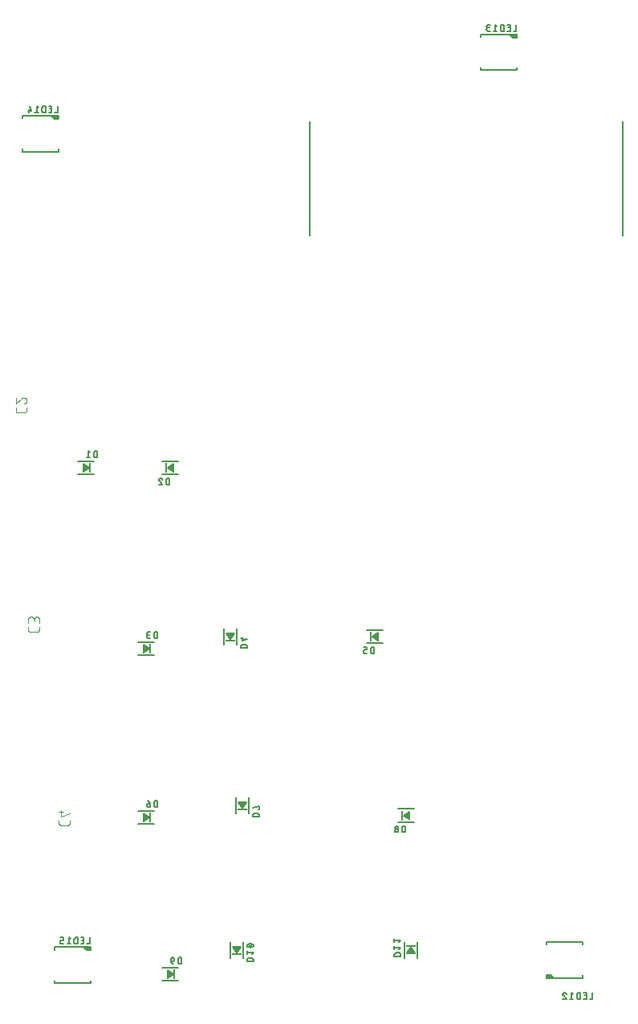
<source format=gbr>
G04 EAGLE Gerber RS-274X export*
G75*
%MOMM*%
%FSLAX34Y34*%
%LPD*%
%INSilkscreen Bottom*%
%IPPOS*%
%AMOC8*
5,1,8,0,0,1.08239X$1,22.5*%
G01*
%ADD10C,0.203200*%
%ADD11R,0.200000X1.000000*%
%ADD12C,0.152400*%
%ADD13R,1.000000X0.200000*%
%ADD14C,0.127000*%
%ADD15C,0.101600*%

G36*
X722558Y20632D02*
X722558Y20632D01*
X722646Y20641D01*
X722667Y20651D01*
X722691Y20655D01*
X722768Y20701D01*
X722847Y20740D01*
X722864Y20757D01*
X722884Y20770D01*
X722940Y20839D01*
X723001Y20903D01*
X723010Y20925D01*
X723025Y20944D01*
X723054Y21028D01*
X723089Y21110D01*
X723090Y21134D01*
X723097Y21156D01*
X723095Y21245D01*
X723099Y21334D01*
X723091Y21357D01*
X723091Y21381D01*
X723057Y21463D01*
X723030Y21548D01*
X723014Y21569D01*
X723006Y21588D01*
X722972Y21626D01*
X722918Y21698D01*
X719108Y25508D01*
X719075Y25532D01*
X719049Y25560D01*
X719045Y25564D01*
X718982Y25596D01*
X718924Y25637D01*
X718883Y25647D01*
X718845Y25667D01*
X718756Y25680D01*
X718707Y25693D01*
X718686Y25690D01*
X718660Y25694D01*
X714850Y25694D01*
X714785Y25683D01*
X714719Y25681D01*
X714676Y25663D01*
X714629Y25655D01*
X714572Y25621D01*
X714512Y25596D01*
X714477Y25565D01*
X714436Y25540D01*
X714395Y25489D01*
X714346Y25445D01*
X714324Y25403D01*
X714295Y25366D01*
X714274Y25304D01*
X714243Y25245D01*
X714235Y25191D01*
X714223Y25154D01*
X714223Y25150D01*
X714223Y25149D01*
X714224Y25114D01*
X714216Y25060D01*
X714216Y21250D01*
X714227Y21185D01*
X714229Y21119D01*
X714247Y21076D01*
X714255Y21029D01*
X714289Y20972D01*
X714314Y20912D01*
X714345Y20877D01*
X714370Y20836D01*
X714421Y20795D01*
X714465Y20746D01*
X714507Y20724D01*
X714544Y20695D01*
X714606Y20674D01*
X714665Y20643D01*
X714719Y20635D01*
X714756Y20623D01*
X714796Y20624D01*
X714850Y20616D01*
X722470Y20616D01*
X722558Y20632D01*
G37*
G36*
X199415Y925417D02*
X199415Y925417D01*
X199481Y925419D01*
X199524Y925437D01*
X199571Y925445D01*
X199628Y925479D01*
X199688Y925504D01*
X199723Y925535D01*
X199764Y925560D01*
X199806Y925611D01*
X199854Y925655D01*
X199876Y925697D01*
X199905Y925734D01*
X199926Y925796D01*
X199957Y925855D01*
X199965Y925909D01*
X199977Y925946D01*
X199976Y925986D01*
X199984Y926040D01*
X199984Y929850D01*
X199973Y929915D01*
X199971Y929981D01*
X199953Y930024D01*
X199945Y930071D01*
X199911Y930128D01*
X199886Y930188D01*
X199855Y930223D01*
X199830Y930264D01*
X199779Y930306D01*
X199735Y930354D01*
X199693Y930376D01*
X199656Y930405D01*
X199594Y930426D01*
X199535Y930457D01*
X199481Y930465D01*
X199444Y930477D01*
X199404Y930476D01*
X199350Y930484D01*
X191730Y930484D01*
X191642Y930468D01*
X191554Y930459D01*
X191533Y930449D01*
X191509Y930445D01*
X191432Y930399D01*
X191353Y930360D01*
X191336Y930343D01*
X191316Y930330D01*
X191260Y930261D01*
X191199Y930197D01*
X191190Y930175D01*
X191175Y930156D01*
X191146Y930072D01*
X191111Y929990D01*
X191110Y929966D01*
X191103Y929944D01*
X191105Y929855D01*
X191101Y929766D01*
X191109Y929743D01*
X191109Y929719D01*
X191143Y929637D01*
X191170Y929552D01*
X191186Y929531D01*
X191194Y929512D01*
X191228Y929474D01*
X191282Y929402D01*
X195092Y925592D01*
X195126Y925567D01*
X195155Y925536D01*
X195218Y925504D01*
X195276Y925463D01*
X195317Y925453D01*
X195355Y925433D01*
X195444Y925420D01*
X195493Y925408D01*
X195514Y925410D01*
X195540Y925406D01*
X199350Y925406D01*
X199415Y925417D01*
G37*
G36*
X233315Y49617D02*
X233315Y49617D01*
X233381Y49619D01*
X233424Y49637D01*
X233471Y49645D01*
X233528Y49679D01*
X233588Y49704D01*
X233623Y49735D01*
X233664Y49760D01*
X233706Y49811D01*
X233754Y49855D01*
X233776Y49897D01*
X233805Y49934D01*
X233826Y49996D01*
X233857Y50055D01*
X233865Y50109D01*
X233877Y50146D01*
X233876Y50186D01*
X233884Y50240D01*
X233884Y54050D01*
X233873Y54115D01*
X233871Y54181D01*
X233853Y54224D01*
X233845Y54271D01*
X233811Y54328D01*
X233786Y54388D01*
X233755Y54423D01*
X233730Y54464D01*
X233679Y54506D01*
X233635Y54554D01*
X233593Y54576D01*
X233556Y54605D01*
X233494Y54626D01*
X233435Y54657D01*
X233381Y54665D01*
X233344Y54677D01*
X233304Y54676D01*
X233250Y54684D01*
X225630Y54684D01*
X225542Y54668D01*
X225454Y54659D01*
X225433Y54649D01*
X225409Y54645D01*
X225332Y54599D01*
X225253Y54560D01*
X225236Y54543D01*
X225216Y54530D01*
X225160Y54461D01*
X225099Y54397D01*
X225090Y54375D01*
X225075Y54356D01*
X225046Y54272D01*
X225011Y54190D01*
X225010Y54166D01*
X225003Y54144D01*
X225005Y54055D01*
X225001Y53966D01*
X225009Y53943D01*
X225009Y53919D01*
X225043Y53837D01*
X225070Y53752D01*
X225086Y53731D01*
X225094Y53712D01*
X225128Y53674D01*
X225182Y53602D01*
X228992Y49792D01*
X229026Y49767D01*
X229055Y49736D01*
X229118Y49704D01*
X229176Y49663D01*
X229217Y49653D01*
X229255Y49633D01*
X229344Y49620D01*
X229393Y49608D01*
X229414Y49610D01*
X229440Y49606D01*
X233250Y49606D01*
X233315Y49617D01*
G37*
G36*
X683215Y1011117D02*
X683215Y1011117D01*
X683281Y1011119D01*
X683324Y1011137D01*
X683371Y1011145D01*
X683428Y1011179D01*
X683488Y1011204D01*
X683523Y1011235D01*
X683564Y1011260D01*
X683606Y1011311D01*
X683654Y1011355D01*
X683676Y1011397D01*
X683705Y1011434D01*
X683726Y1011496D01*
X683757Y1011555D01*
X683765Y1011609D01*
X683777Y1011646D01*
X683776Y1011686D01*
X683784Y1011740D01*
X683784Y1015550D01*
X683773Y1015615D01*
X683771Y1015681D01*
X683753Y1015724D01*
X683745Y1015771D01*
X683711Y1015828D01*
X683686Y1015888D01*
X683655Y1015923D01*
X683630Y1015964D01*
X683579Y1016006D01*
X683535Y1016054D01*
X683493Y1016076D01*
X683456Y1016105D01*
X683394Y1016126D01*
X683335Y1016157D01*
X683281Y1016165D01*
X683244Y1016177D01*
X683204Y1016176D01*
X683150Y1016184D01*
X675530Y1016184D01*
X675442Y1016168D01*
X675354Y1016159D01*
X675333Y1016149D01*
X675309Y1016145D01*
X675232Y1016099D01*
X675153Y1016060D01*
X675136Y1016043D01*
X675116Y1016030D01*
X675060Y1015961D01*
X674999Y1015897D01*
X674990Y1015875D01*
X674975Y1015856D01*
X674946Y1015772D01*
X674911Y1015690D01*
X674910Y1015666D01*
X674903Y1015644D01*
X674905Y1015555D01*
X674901Y1015466D01*
X674909Y1015443D01*
X674909Y1015419D01*
X674943Y1015337D01*
X674970Y1015252D01*
X674986Y1015231D01*
X674994Y1015212D01*
X675028Y1015174D01*
X675082Y1015102D01*
X678892Y1011292D01*
X678926Y1011267D01*
X678955Y1011236D01*
X679018Y1011204D01*
X679076Y1011163D01*
X679117Y1011153D01*
X679155Y1011133D01*
X679244Y1011120D01*
X679293Y1011108D01*
X679314Y1011110D01*
X679340Y1011106D01*
X683150Y1011106D01*
X683215Y1011117D01*
G37*
G36*
X381116Y378995D02*
X381116Y378995D01*
X381143Y378995D01*
X381254Y379027D01*
X381367Y379053D01*
X381390Y379066D01*
X381416Y379074D01*
X381514Y379136D01*
X381615Y379192D01*
X381631Y379210D01*
X381656Y379225D01*
X381841Y379433D01*
X381845Y379437D01*
X383845Y382437D01*
X383876Y382501D01*
X383916Y382561D01*
X383937Y382629D01*
X383968Y382693D01*
X383980Y382764D01*
X384001Y382832D01*
X384003Y382903D01*
X384015Y382974D01*
X384007Y383045D01*
X384009Y383116D01*
X383991Y383185D01*
X383982Y383256D01*
X383955Y383322D01*
X383937Y383391D01*
X383900Y383452D01*
X383873Y383518D01*
X383828Y383574D01*
X383792Y383636D01*
X383740Y383685D01*
X383695Y383740D01*
X383637Y383781D01*
X383584Y383830D01*
X383521Y383863D01*
X383463Y383904D01*
X383395Y383927D01*
X383331Y383960D01*
X383272Y383970D01*
X383194Y383997D01*
X383075Y384003D01*
X383000Y384015D01*
X379000Y384015D01*
X378929Y384005D01*
X378857Y384005D01*
X378789Y383985D01*
X378719Y383975D01*
X378653Y383946D01*
X378584Y383926D01*
X378524Y383888D01*
X378459Y383859D01*
X378404Y383813D01*
X378344Y383775D01*
X378296Y383722D01*
X378242Y383676D01*
X378202Y383616D01*
X378155Y383562D01*
X378124Y383498D01*
X378085Y383439D01*
X378063Y383371D01*
X378032Y383306D01*
X378020Y383236D01*
X377999Y383168D01*
X377997Y383096D01*
X377985Y383026D01*
X377993Y382955D01*
X377991Y382884D01*
X378010Y382814D01*
X378018Y382743D01*
X378043Y382688D01*
X378063Y382609D01*
X378124Y382506D01*
X378155Y382437D01*
X380155Y379437D01*
X380232Y379350D01*
X380305Y379260D01*
X380327Y379245D01*
X380345Y379225D01*
X380442Y379163D01*
X380537Y379096D01*
X380563Y379088D01*
X380585Y379073D01*
X380696Y379041D01*
X380806Y379003D01*
X380833Y379002D01*
X380858Y378995D01*
X380974Y378995D01*
X381090Y378989D01*
X381116Y378995D01*
G37*
G36*
X535445Y377993D02*
X535445Y377993D01*
X535516Y377991D01*
X535585Y378009D01*
X535656Y378018D01*
X535722Y378045D01*
X535791Y378063D01*
X535852Y378100D01*
X535918Y378127D01*
X535974Y378172D01*
X536036Y378209D01*
X536085Y378260D01*
X536140Y378305D01*
X536181Y378364D01*
X536230Y378416D01*
X536263Y378479D01*
X536304Y378537D01*
X536327Y378605D01*
X536360Y378669D01*
X536370Y378728D01*
X536397Y378806D01*
X536403Y378925D01*
X536415Y379000D01*
X536415Y383000D01*
X536405Y383071D01*
X536405Y383143D01*
X536385Y383211D01*
X536375Y383282D01*
X536346Y383347D01*
X536326Y383416D01*
X536288Y383476D01*
X536259Y383541D01*
X536213Y383596D01*
X536175Y383656D01*
X536122Y383704D01*
X536076Y383758D01*
X536016Y383798D01*
X535962Y383845D01*
X535898Y383876D01*
X535839Y383916D01*
X535771Y383937D01*
X535706Y383968D01*
X535636Y383980D01*
X535568Y384001D01*
X535496Y384003D01*
X535426Y384015D01*
X535355Y384007D01*
X535284Y384009D01*
X535214Y383990D01*
X535143Y383982D01*
X535088Y383957D01*
X535009Y383937D01*
X534906Y383876D01*
X534837Y383845D01*
X531837Y381845D01*
X531750Y381768D01*
X531660Y381695D01*
X531645Y381673D01*
X531625Y381655D01*
X531563Y381558D01*
X531496Y381463D01*
X531488Y381437D01*
X531473Y381415D01*
X531441Y381304D01*
X531403Y381194D01*
X531402Y381167D01*
X531395Y381142D01*
X531395Y381026D01*
X531389Y380910D01*
X531395Y380884D01*
X531395Y380857D01*
X531427Y380746D01*
X531453Y380633D01*
X531466Y380610D01*
X531474Y380584D01*
X531536Y380486D01*
X531592Y380385D01*
X531610Y380369D01*
X531625Y380344D01*
X531833Y380159D01*
X531837Y380155D01*
X534837Y378155D01*
X534901Y378124D01*
X534961Y378085D01*
X535029Y378063D01*
X535093Y378032D01*
X535164Y378020D01*
X535232Y377999D01*
X535303Y377997D01*
X535374Y377985D01*
X535445Y377993D01*
G37*
G36*
X290145Y365293D02*
X290145Y365293D01*
X290216Y365291D01*
X290286Y365310D01*
X290357Y365318D01*
X290412Y365343D01*
X290491Y365363D01*
X290594Y365424D01*
X290663Y365455D01*
X293663Y367455D01*
X293750Y367532D01*
X293840Y367605D01*
X293855Y367627D01*
X293875Y367645D01*
X293937Y367742D01*
X294004Y367837D01*
X294012Y367863D01*
X294027Y367885D01*
X294059Y367996D01*
X294097Y368106D01*
X294098Y368133D01*
X294105Y368158D01*
X294105Y368274D01*
X294111Y368390D01*
X294105Y368416D01*
X294105Y368443D01*
X294073Y368554D01*
X294047Y368667D01*
X294034Y368690D01*
X294026Y368716D01*
X293964Y368814D01*
X293908Y368915D01*
X293890Y368931D01*
X293875Y368956D01*
X293667Y369141D01*
X293663Y369145D01*
X290663Y371145D01*
X290599Y371176D01*
X290539Y371216D01*
X290471Y371237D01*
X290407Y371268D01*
X290336Y371280D01*
X290268Y371301D01*
X290197Y371303D01*
X290127Y371315D01*
X290055Y371307D01*
X289984Y371309D01*
X289915Y371291D01*
X289844Y371282D01*
X289778Y371255D01*
X289709Y371237D01*
X289648Y371200D01*
X289582Y371173D01*
X289526Y371128D01*
X289464Y371092D01*
X289415Y371040D01*
X289360Y370995D01*
X289319Y370937D01*
X289270Y370884D01*
X289237Y370821D01*
X289196Y370763D01*
X289173Y370695D01*
X289140Y370631D01*
X289130Y370572D01*
X289103Y370494D01*
X289097Y370375D01*
X289085Y370300D01*
X289085Y366300D01*
X289095Y366229D01*
X289095Y366157D01*
X289115Y366089D01*
X289125Y366019D01*
X289154Y365953D01*
X289174Y365884D01*
X289212Y365824D01*
X289241Y365759D01*
X289287Y365704D01*
X289325Y365644D01*
X289379Y365596D01*
X289425Y365542D01*
X289484Y365502D01*
X289538Y365455D01*
X289602Y365424D01*
X289661Y365385D01*
X289730Y365363D01*
X289794Y365332D01*
X289864Y365320D01*
X289932Y365299D01*
X290004Y365297D01*
X290075Y365285D01*
X290145Y365293D01*
G37*
G36*
X226645Y555793D02*
X226645Y555793D01*
X226716Y555791D01*
X226786Y555810D01*
X226857Y555818D01*
X226912Y555843D01*
X226991Y555863D01*
X227094Y555924D01*
X227163Y555955D01*
X230163Y557955D01*
X230250Y558032D01*
X230340Y558105D01*
X230355Y558127D01*
X230375Y558145D01*
X230437Y558242D01*
X230504Y558337D01*
X230512Y558363D01*
X230527Y558385D01*
X230559Y558496D01*
X230597Y558606D01*
X230598Y558633D01*
X230605Y558658D01*
X230605Y558774D01*
X230611Y558890D01*
X230605Y558916D01*
X230605Y558943D01*
X230573Y559054D01*
X230547Y559167D01*
X230534Y559190D01*
X230526Y559216D01*
X230464Y559314D01*
X230408Y559415D01*
X230390Y559431D01*
X230375Y559456D01*
X230167Y559641D01*
X230163Y559645D01*
X227163Y561645D01*
X227099Y561676D01*
X227039Y561716D01*
X226971Y561737D01*
X226907Y561768D01*
X226836Y561780D01*
X226768Y561801D01*
X226697Y561803D01*
X226627Y561815D01*
X226555Y561807D01*
X226484Y561809D01*
X226415Y561791D01*
X226344Y561782D01*
X226278Y561755D01*
X226209Y561737D01*
X226148Y561700D01*
X226082Y561673D01*
X226026Y561628D01*
X225964Y561592D01*
X225915Y561540D01*
X225860Y561495D01*
X225819Y561437D01*
X225770Y561384D01*
X225737Y561321D01*
X225696Y561263D01*
X225673Y561195D01*
X225640Y561131D01*
X225630Y561072D01*
X225603Y560994D01*
X225597Y560875D01*
X225585Y560800D01*
X225585Y556800D01*
X225595Y556729D01*
X225595Y556657D01*
X225615Y556589D01*
X225625Y556519D01*
X225654Y556453D01*
X225674Y556384D01*
X225712Y556324D01*
X225741Y556259D01*
X225787Y556204D01*
X225825Y556144D01*
X225879Y556096D01*
X225925Y556042D01*
X225984Y556002D01*
X226038Y555955D01*
X226102Y555924D01*
X226161Y555885D01*
X226230Y555863D01*
X226294Y555832D01*
X226364Y555820D01*
X226432Y555799D01*
X226504Y555797D01*
X226575Y555785D01*
X226645Y555793D01*
G37*
G36*
X568445Y189493D02*
X568445Y189493D01*
X568516Y189491D01*
X568585Y189509D01*
X568656Y189518D01*
X568722Y189545D01*
X568791Y189563D01*
X568852Y189600D01*
X568918Y189627D01*
X568974Y189672D01*
X569036Y189709D01*
X569085Y189760D01*
X569140Y189805D01*
X569181Y189864D01*
X569230Y189916D01*
X569263Y189979D01*
X569304Y190037D01*
X569327Y190105D01*
X569360Y190169D01*
X569370Y190228D01*
X569397Y190306D01*
X569403Y190425D01*
X569415Y190500D01*
X569415Y194500D01*
X569405Y194571D01*
X569405Y194643D01*
X569385Y194711D01*
X569375Y194782D01*
X569346Y194847D01*
X569326Y194916D01*
X569288Y194976D01*
X569259Y195041D01*
X569213Y195096D01*
X569175Y195156D01*
X569122Y195204D01*
X569076Y195258D01*
X569016Y195298D01*
X568962Y195345D01*
X568898Y195376D01*
X568839Y195416D01*
X568771Y195437D01*
X568706Y195468D01*
X568636Y195480D01*
X568568Y195501D01*
X568496Y195503D01*
X568426Y195515D01*
X568355Y195507D01*
X568284Y195509D01*
X568214Y195490D01*
X568143Y195482D01*
X568088Y195457D01*
X568009Y195437D01*
X567906Y195376D01*
X567837Y195345D01*
X564837Y193345D01*
X564750Y193268D01*
X564660Y193195D01*
X564645Y193173D01*
X564625Y193155D01*
X564563Y193058D01*
X564496Y192963D01*
X564488Y192937D01*
X564473Y192915D01*
X564441Y192804D01*
X564403Y192694D01*
X564402Y192667D01*
X564395Y192642D01*
X564395Y192526D01*
X564389Y192410D01*
X564395Y192384D01*
X564395Y192357D01*
X564427Y192246D01*
X564453Y192133D01*
X564466Y192110D01*
X564474Y192084D01*
X564536Y191986D01*
X564592Y191885D01*
X564610Y191869D01*
X564625Y191844D01*
X564833Y191659D01*
X564837Y191655D01*
X567837Y189655D01*
X567901Y189624D01*
X567961Y189585D01*
X568029Y189563D01*
X568093Y189532D01*
X568164Y189520D01*
X568232Y189499D01*
X568303Y189497D01*
X568374Y189485D01*
X568445Y189493D01*
G37*
G36*
X290145Y187493D02*
X290145Y187493D01*
X290216Y187491D01*
X290286Y187510D01*
X290357Y187518D01*
X290412Y187543D01*
X290491Y187563D01*
X290594Y187624D01*
X290663Y187655D01*
X293663Y189655D01*
X293750Y189732D01*
X293840Y189805D01*
X293855Y189827D01*
X293875Y189845D01*
X293937Y189942D01*
X294004Y190037D01*
X294012Y190063D01*
X294027Y190085D01*
X294059Y190196D01*
X294097Y190306D01*
X294098Y190333D01*
X294105Y190358D01*
X294105Y190474D01*
X294111Y190590D01*
X294105Y190616D01*
X294105Y190643D01*
X294073Y190754D01*
X294047Y190867D01*
X294034Y190890D01*
X294026Y190916D01*
X293964Y191014D01*
X293908Y191115D01*
X293890Y191131D01*
X293875Y191156D01*
X293667Y191341D01*
X293663Y191345D01*
X290663Y193345D01*
X290599Y193376D01*
X290539Y193416D01*
X290471Y193437D01*
X290407Y193468D01*
X290336Y193480D01*
X290268Y193501D01*
X290197Y193503D01*
X290127Y193515D01*
X290055Y193507D01*
X289984Y193509D01*
X289915Y193491D01*
X289844Y193482D01*
X289778Y193455D01*
X289709Y193437D01*
X289648Y193400D01*
X289582Y193373D01*
X289526Y193328D01*
X289464Y193292D01*
X289415Y193240D01*
X289360Y193195D01*
X289319Y193137D01*
X289270Y193084D01*
X289237Y193021D01*
X289196Y192963D01*
X289173Y192895D01*
X289140Y192831D01*
X289130Y192772D01*
X289103Y192694D01*
X289097Y192575D01*
X289085Y192500D01*
X289085Y188500D01*
X289095Y188429D01*
X289095Y188357D01*
X289115Y188289D01*
X289125Y188219D01*
X289154Y188153D01*
X289174Y188084D01*
X289212Y188024D01*
X289241Y187959D01*
X289287Y187904D01*
X289325Y187844D01*
X289379Y187796D01*
X289425Y187742D01*
X289484Y187702D01*
X289538Y187655D01*
X289602Y187624D01*
X289661Y187585D01*
X289730Y187563D01*
X289794Y187532D01*
X289864Y187520D01*
X289932Y187499D01*
X290004Y187497D01*
X290075Y187485D01*
X290145Y187493D01*
G37*
G36*
X319545Y555793D02*
X319545Y555793D01*
X319616Y555791D01*
X319685Y555809D01*
X319756Y555818D01*
X319822Y555845D01*
X319891Y555863D01*
X319952Y555900D01*
X320018Y555927D01*
X320074Y555972D01*
X320136Y556009D01*
X320185Y556060D01*
X320240Y556105D01*
X320281Y556164D01*
X320330Y556216D01*
X320363Y556279D01*
X320404Y556337D01*
X320427Y556405D01*
X320460Y556469D01*
X320470Y556528D01*
X320497Y556606D01*
X320503Y556725D01*
X320515Y556800D01*
X320515Y560800D01*
X320505Y560871D01*
X320505Y560943D01*
X320485Y561011D01*
X320475Y561082D01*
X320446Y561147D01*
X320426Y561216D01*
X320388Y561276D01*
X320359Y561341D01*
X320313Y561396D01*
X320275Y561456D01*
X320222Y561504D01*
X320176Y561558D01*
X320116Y561598D01*
X320062Y561645D01*
X319998Y561676D01*
X319939Y561716D01*
X319871Y561737D01*
X319806Y561768D01*
X319736Y561780D01*
X319668Y561801D01*
X319596Y561803D01*
X319526Y561815D01*
X319455Y561807D01*
X319384Y561809D01*
X319314Y561790D01*
X319243Y561782D01*
X319188Y561757D01*
X319109Y561737D01*
X319006Y561676D01*
X318937Y561645D01*
X315937Y559645D01*
X315850Y559568D01*
X315760Y559495D01*
X315745Y559473D01*
X315725Y559455D01*
X315663Y559358D01*
X315596Y559263D01*
X315588Y559237D01*
X315573Y559215D01*
X315541Y559104D01*
X315503Y558994D01*
X315502Y558967D01*
X315495Y558942D01*
X315495Y558826D01*
X315489Y558710D01*
X315495Y558684D01*
X315495Y558657D01*
X315527Y558546D01*
X315553Y558433D01*
X315566Y558410D01*
X315574Y558384D01*
X315636Y558286D01*
X315692Y558185D01*
X315710Y558169D01*
X315725Y558144D01*
X315933Y557959D01*
X315937Y557955D01*
X318937Y555955D01*
X319001Y555924D01*
X319061Y555885D01*
X319129Y555863D01*
X319193Y555832D01*
X319264Y555820D01*
X319332Y555799D01*
X319403Y555797D01*
X319474Y555785D01*
X319545Y555793D01*
G37*
G36*
X387816Y48795D02*
X387816Y48795D01*
X387843Y48795D01*
X387954Y48827D01*
X388067Y48853D01*
X388090Y48866D01*
X388116Y48874D01*
X388214Y48936D01*
X388315Y48992D01*
X388331Y49010D01*
X388356Y49025D01*
X388541Y49233D01*
X388545Y49237D01*
X390545Y52237D01*
X390576Y52301D01*
X390616Y52361D01*
X390637Y52429D01*
X390668Y52493D01*
X390680Y52564D01*
X390701Y52632D01*
X390703Y52703D01*
X390715Y52774D01*
X390707Y52845D01*
X390709Y52916D01*
X390691Y52985D01*
X390682Y53056D01*
X390655Y53122D01*
X390637Y53191D01*
X390600Y53252D01*
X390573Y53318D01*
X390528Y53374D01*
X390492Y53436D01*
X390440Y53485D01*
X390395Y53540D01*
X390337Y53581D01*
X390284Y53630D01*
X390221Y53663D01*
X390163Y53704D01*
X390095Y53727D01*
X390031Y53760D01*
X389972Y53770D01*
X389894Y53797D01*
X389775Y53803D01*
X389700Y53815D01*
X385700Y53815D01*
X385629Y53805D01*
X385557Y53805D01*
X385489Y53785D01*
X385419Y53775D01*
X385353Y53746D01*
X385284Y53726D01*
X385224Y53688D01*
X385159Y53659D01*
X385104Y53613D01*
X385044Y53575D01*
X384996Y53522D01*
X384942Y53476D01*
X384902Y53416D01*
X384855Y53362D01*
X384824Y53298D01*
X384785Y53239D01*
X384763Y53171D01*
X384732Y53106D01*
X384720Y53036D01*
X384699Y52968D01*
X384697Y52896D01*
X384685Y52826D01*
X384693Y52755D01*
X384691Y52684D01*
X384710Y52614D01*
X384718Y52543D01*
X384743Y52488D01*
X384763Y52409D01*
X384824Y52306D01*
X384855Y52237D01*
X386855Y49237D01*
X386932Y49150D01*
X387005Y49060D01*
X387027Y49045D01*
X387045Y49025D01*
X387142Y48963D01*
X387237Y48896D01*
X387263Y48888D01*
X387285Y48873D01*
X387396Y48841D01*
X387506Y48803D01*
X387533Y48802D01*
X387558Y48795D01*
X387674Y48795D01*
X387790Y48789D01*
X387816Y48795D01*
G37*
G36*
X573571Y47795D02*
X573571Y47795D01*
X573643Y47795D01*
X573711Y47815D01*
X573782Y47825D01*
X573847Y47854D01*
X573916Y47874D01*
X573976Y47912D01*
X574041Y47941D01*
X574096Y47987D01*
X574156Y48025D01*
X574204Y48079D01*
X574258Y48125D01*
X574298Y48184D01*
X574345Y48238D01*
X574376Y48302D01*
X574416Y48361D01*
X574437Y48430D01*
X574468Y48494D01*
X574480Y48564D01*
X574501Y48632D01*
X574503Y48704D01*
X574515Y48775D01*
X574507Y48845D01*
X574509Y48916D01*
X574490Y48986D01*
X574482Y49057D01*
X574457Y49112D01*
X574437Y49191D01*
X574376Y49294D01*
X574345Y49363D01*
X572345Y52363D01*
X572268Y52450D01*
X572195Y52540D01*
X572173Y52555D01*
X572155Y52575D01*
X572058Y52637D01*
X571963Y52704D01*
X571937Y52712D01*
X571915Y52727D01*
X571804Y52759D01*
X571694Y52797D01*
X571667Y52798D01*
X571642Y52805D01*
X571526Y52805D01*
X571410Y52811D01*
X571384Y52805D01*
X571357Y52805D01*
X571246Y52773D01*
X571133Y52747D01*
X571110Y52734D01*
X571084Y52726D01*
X570986Y52664D01*
X570885Y52608D01*
X570869Y52590D01*
X570844Y52575D01*
X570659Y52367D01*
X570655Y52363D01*
X568655Y49363D01*
X568624Y49299D01*
X568585Y49239D01*
X568563Y49171D01*
X568532Y49107D01*
X568520Y49036D01*
X568499Y48968D01*
X568497Y48897D01*
X568485Y48827D01*
X568493Y48755D01*
X568491Y48684D01*
X568509Y48615D01*
X568518Y48544D01*
X568545Y48478D01*
X568563Y48409D01*
X568600Y48348D01*
X568627Y48282D01*
X568672Y48226D01*
X568709Y48164D01*
X568760Y48115D01*
X568805Y48060D01*
X568864Y48019D01*
X568916Y47970D01*
X568979Y47937D01*
X569037Y47896D01*
X569105Y47873D01*
X569169Y47840D01*
X569228Y47830D01*
X569306Y47803D01*
X569425Y47797D01*
X569500Y47785D01*
X573500Y47785D01*
X573571Y47795D01*
G37*
G36*
X315545Y22393D02*
X315545Y22393D01*
X315616Y22391D01*
X315686Y22410D01*
X315757Y22418D01*
X315812Y22443D01*
X315891Y22463D01*
X315994Y22524D01*
X316063Y22555D01*
X319063Y24555D01*
X319150Y24632D01*
X319240Y24705D01*
X319255Y24727D01*
X319275Y24745D01*
X319337Y24842D01*
X319404Y24937D01*
X319412Y24963D01*
X319427Y24985D01*
X319459Y25096D01*
X319497Y25206D01*
X319498Y25233D01*
X319505Y25258D01*
X319505Y25374D01*
X319511Y25490D01*
X319505Y25516D01*
X319505Y25543D01*
X319473Y25654D01*
X319447Y25767D01*
X319434Y25790D01*
X319426Y25816D01*
X319364Y25914D01*
X319308Y26015D01*
X319290Y26031D01*
X319275Y26056D01*
X319067Y26241D01*
X319063Y26245D01*
X316063Y28245D01*
X315999Y28276D01*
X315939Y28316D01*
X315871Y28337D01*
X315807Y28368D01*
X315736Y28380D01*
X315668Y28401D01*
X315597Y28403D01*
X315527Y28415D01*
X315455Y28407D01*
X315384Y28409D01*
X315315Y28391D01*
X315244Y28382D01*
X315178Y28355D01*
X315109Y28337D01*
X315048Y28300D01*
X314982Y28273D01*
X314926Y28228D01*
X314864Y28192D01*
X314815Y28140D01*
X314760Y28095D01*
X314719Y28037D01*
X314670Y27984D01*
X314637Y27921D01*
X314596Y27863D01*
X314573Y27795D01*
X314540Y27731D01*
X314530Y27672D01*
X314503Y27594D01*
X314497Y27475D01*
X314485Y27400D01*
X314485Y23400D01*
X314495Y23329D01*
X314495Y23257D01*
X314515Y23189D01*
X314525Y23119D01*
X314554Y23053D01*
X314574Y22984D01*
X314612Y22924D01*
X314641Y22859D01*
X314687Y22804D01*
X314725Y22744D01*
X314779Y22696D01*
X314825Y22642D01*
X314884Y22602D01*
X314938Y22555D01*
X315002Y22524D01*
X315061Y22485D01*
X315130Y22463D01*
X315194Y22432D01*
X315264Y22420D01*
X315332Y22399D01*
X315404Y22397D01*
X315475Y22385D01*
X315545Y22393D01*
G37*
G36*
X393816Y201195D02*
X393816Y201195D01*
X393843Y201195D01*
X393954Y201227D01*
X394067Y201253D01*
X394090Y201266D01*
X394116Y201274D01*
X394214Y201336D01*
X394315Y201392D01*
X394331Y201410D01*
X394356Y201425D01*
X394541Y201633D01*
X394545Y201637D01*
X396545Y204637D01*
X396576Y204701D01*
X396616Y204761D01*
X396637Y204829D01*
X396668Y204893D01*
X396680Y204964D01*
X396701Y205032D01*
X396703Y205103D01*
X396715Y205174D01*
X396707Y205245D01*
X396709Y205316D01*
X396691Y205385D01*
X396682Y205456D01*
X396655Y205522D01*
X396637Y205591D01*
X396600Y205652D01*
X396573Y205718D01*
X396528Y205774D01*
X396492Y205836D01*
X396440Y205885D01*
X396395Y205940D01*
X396337Y205981D01*
X396284Y206030D01*
X396221Y206063D01*
X396163Y206104D01*
X396095Y206127D01*
X396031Y206160D01*
X395972Y206170D01*
X395894Y206197D01*
X395775Y206203D01*
X395700Y206215D01*
X391700Y206215D01*
X391629Y206205D01*
X391557Y206205D01*
X391489Y206185D01*
X391419Y206175D01*
X391353Y206146D01*
X391284Y206126D01*
X391224Y206088D01*
X391159Y206059D01*
X391104Y206013D01*
X391044Y205975D01*
X390996Y205922D01*
X390942Y205876D01*
X390902Y205816D01*
X390855Y205762D01*
X390824Y205698D01*
X390785Y205639D01*
X390763Y205571D01*
X390732Y205506D01*
X390720Y205436D01*
X390699Y205368D01*
X390697Y205296D01*
X390685Y205226D01*
X390693Y205155D01*
X390691Y205084D01*
X390710Y205014D01*
X390718Y204943D01*
X390743Y204888D01*
X390763Y204809D01*
X390824Y204706D01*
X390855Y204637D01*
X392855Y201637D01*
X392932Y201550D01*
X393005Y201460D01*
X393027Y201445D01*
X393045Y201425D01*
X393142Y201363D01*
X393237Y201296D01*
X393263Y201288D01*
X393285Y201273D01*
X393396Y201241D01*
X393506Y201203D01*
X393533Y201202D01*
X393558Y201195D01*
X393674Y201195D01*
X393790Y201189D01*
X393816Y201195D01*
G37*
D10*
X237330Y565800D02*
X219870Y565800D01*
X219870Y551800D02*
X237330Y551800D01*
X231600Y558800D02*
X225600Y562800D01*
X225600Y554800D01*
X231600Y558800D01*
D11*
X232600Y558800D03*
D12*
X240538Y569722D02*
X240538Y576326D01*
X238704Y576326D01*
X238619Y576324D01*
X238535Y576318D01*
X238451Y576308D01*
X238367Y576295D01*
X238284Y576277D01*
X238202Y576256D01*
X238121Y576231D01*
X238041Y576202D01*
X237963Y576170D01*
X237887Y576134D01*
X237812Y576094D01*
X237739Y576051D01*
X237668Y576005D01*
X237599Y575956D01*
X237532Y575903D01*
X237468Y575847D01*
X237407Y575789D01*
X237349Y575728D01*
X237293Y575664D01*
X237240Y575597D01*
X237191Y575528D01*
X237145Y575457D01*
X237102Y575384D01*
X237062Y575309D01*
X237026Y575233D01*
X236994Y575155D01*
X236965Y575075D01*
X236940Y574994D01*
X236919Y574912D01*
X236901Y574829D01*
X236888Y574745D01*
X236878Y574661D01*
X236872Y574577D01*
X236870Y574492D01*
X236869Y574492D02*
X236869Y571556D01*
X236870Y571556D02*
X236872Y571471D01*
X236878Y571387D01*
X236888Y571303D01*
X236901Y571219D01*
X236919Y571136D01*
X236940Y571054D01*
X236965Y570973D01*
X236994Y570893D01*
X237026Y570815D01*
X237062Y570739D01*
X237102Y570664D01*
X237145Y570591D01*
X237191Y570520D01*
X237240Y570451D01*
X237293Y570384D01*
X237349Y570320D01*
X237407Y570259D01*
X237468Y570201D01*
X237532Y570145D01*
X237599Y570092D01*
X237668Y570043D01*
X237739Y569997D01*
X237812Y569954D01*
X237887Y569914D01*
X237963Y569878D01*
X238041Y569846D01*
X238121Y569817D01*
X238202Y569792D01*
X238284Y569771D01*
X238367Y569753D01*
X238451Y569740D01*
X238535Y569730D01*
X238619Y569724D01*
X238704Y569722D01*
X240538Y569722D01*
X232979Y574858D02*
X231145Y576326D01*
X231145Y569722D01*
X232979Y569722D02*
X229310Y569722D01*
D10*
X394700Y59530D02*
X394700Y42070D01*
X380700Y42070D02*
X380700Y59530D01*
X391700Y53800D02*
X387700Y47800D01*
X391700Y53800D02*
X383700Y53800D01*
X387700Y47800D01*
D13*
X387700Y46800D03*
D12*
X398622Y38862D02*
X405226Y38862D01*
X405226Y40696D01*
X405224Y40781D01*
X405218Y40865D01*
X405208Y40949D01*
X405195Y41033D01*
X405177Y41116D01*
X405156Y41198D01*
X405131Y41279D01*
X405102Y41359D01*
X405070Y41437D01*
X405034Y41513D01*
X404994Y41588D01*
X404951Y41661D01*
X404905Y41732D01*
X404856Y41801D01*
X404803Y41868D01*
X404747Y41932D01*
X404689Y41993D01*
X404628Y42051D01*
X404564Y42107D01*
X404497Y42160D01*
X404428Y42209D01*
X404357Y42255D01*
X404284Y42298D01*
X404209Y42338D01*
X404133Y42374D01*
X404055Y42406D01*
X403975Y42435D01*
X403894Y42460D01*
X403812Y42481D01*
X403729Y42499D01*
X403645Y42512D01*
X403561Y42522D01*
X403477Y42528D01*
X403392Y42530D01*
X403392Y42531D02*
X400456Y42531D01*
X400456Y42530D02*
X400371Y42528D01*
X400287Y42522D01*
X400203Y42512D01*
X400119Y42499D01*
X400036Y42481D01*
X399954Y42460D01*
X399873Y42435D01*
X399793Y42406D01*
X399715Y42374D01*
X399639Y42338D01*
X399564Y42298D01*
X399491Y42255D01*
X399420Y42209D01*
X399351Y42160D01*
X399284Y42107D01*
X399220Y42051D01*
X399159Y41993D01*
X399101Y41932D01*
X399045Y41868D01*
X398992Y41801D01*
X398943Y41732D01*
X398897Y41661D01*
X398854Y41588D01*
X398814Y41513D01*
X398778Y41437D01*
X398746Y41359D01*
X398717Y41279D01*
X398692Y41198D01*
X398671Y41116D01*
X398653Y41033D01*
X398640Y40949D01*
X398630Y40865D01*
X398624Y40781D01*
X398622Y40696D01*
X398622Y38862D01*
X403758Y46421D02*
X405226Y48255D01*
X398622Y48255D01*
X398622Y46421D02*
X398622Y50090D01*
X401924Y53736D02*
X402069Y53738D01*
X402214Y53744D01*
X402359Y53753D01*
X402504Y53767D01*
X402648Y53784D01*
X402791Y53806D01*
X402935Y53831D01*
X403077Y53860D01*
X403218Y53892D01*
X403359Y53929D01*
X403498Y53969D01*
X403637Y54013D01*
X403774Y54060D01*
X403910Y54111D01*
X404044Y54166D01*
X404177Y54224D01*
X404309Y54286D01*
X404378Y54312D01*
X404445Y54341D01*
X404511Y54374D01*
X404574Y54410D01*
X404636Y54450D01*
X404695Y54493D01*
X404752Y54539D01*
X404806Y54588D01*
X404858Y54640D01*
X404907Y54695D01*
X404952Y54752D01*
X404995Y54812D01*
X405034Y54874D01*
X405070Y54937D01*
X405103Y55003D01*
X405131Y55070D01*
X405157Y55139D01*
X405178Y55209D01*
X405196Y55280D01*
X405209Y55352D01*
X405219Y55425D01*
X405225Y55498D01*
X405227Y55571D01*
X405226Y55571D02*
X405224Y55644D01*
X405218Y55717D01*
X405208Y55790D01*
X405195Y55862D01*
X405177Y55933D01*
X405156Y56003D01*
X405130Y56071D01*
X405102Y56139D01*
X405069Y56204D01*
X405033Y56268D01*
X404994Y56330D01*
X404952Y56389D01*
X404906Y56446D01*
X404857Y56501D01*
X404806Y56553D01*
X404751Y56602D01*
X404694Y56648D01*
X404635Y56691D01*
X404574Y56731D01*
X404510Y56767D01*
X404445Y56800D01*
X404378Y56829D01*
X404309Y56855D01*
X404177Y56917D01*
X404044Y56975D01*
X403910Y57030D01*
X403774Y57081D01*
X403637Y57128D01*
X403498Y57172D01*
X403359Y57212D01*
X403218Y57249D01*
X403077Y57281D01*
X402935Y57310D01*
X402792Y57335D01*
X402648Y57357D01*
X402504Y57374D01*
X402359Y57388D01*
X402214Y57397D01*
X402069Y57403D01*
X401924Y57405D01*
X401924Y53737D02*
X401779Y53739D01*
X401634Y53745D01*
X401489Y53754D01*
X401344Y53768D01*
X401200Y53785D01*
X401057Y53807D01*
X400914Y53832D01*
X400771Y53860D01*
X400630Y53893D01*
X400489Y53930D01*
X400350Y53970D01*
X400211Y54014D01*
X400074Y54061D01*
X399938Y54112D01*
X399804Y54167D01*
X399671Y54225D01*
X399539Y54287D01*
X399540Y54286D02*
X399471Y54312D01*
X399404Y54341D01*
X399338Y54374D01*
X399275Y54410D01*
X399213Y54450D01*
X399154Y54493D01*
X399097Y54539D01*
X399043Y54588D01*
X398991Y54640D01*
X398942Y54695D01*
X398897Y54752D01*
X398854Y54812D01*
X398815Y54874D01*
X398779Y54937D01*
X398746Y55003D01*
X398718Y55070D01*
X398692Y55139D01*
X398671Y55209D01*
X398653Y55280D01*
X398640Y55352D01*
X398630Y55425D01*
X398624Y55498D01*
X398622Y55571D01*
X399539Y56855D02*
X399671Y56917D01*
X399804Y56975D01*
X399938Y57030D01*
X400074Y57081D01*
X400211Y57128D01*
X400350Y57172D01*
X400489Y57212D01*
X400630Y57249D01*
X400771Y57281D01*
X400913Y57310D01*
X401056Y57335D01*
X401200Y57357D01*
X401344Y57374D01*
X401489Y57388D01*
X401634Y57397D01*
X401779Y57403D01*
X401924Y57405D01*
X399539Y56855D02*
X399470Y56829D01*
X399403Y56800D01*
X399338Y56767D01*
X399274Y56731D01*
X399213Y56691D01*
X399154Y56648D01*
X399097Y56602D01*
X399042Y56553D01*
X398991Y56501D01*
X398942Y56446D01*
X398896Y56389D01*
X398854Y56330D01*
X398815Y56268D01*
X398779Y56204D01*
X398746Y56139D01*
X398718Y56071D01*
X398692Y56003D01*
X398671Y55933D01*
X398653Y55861D01*
X398640Y55790D01*
X398630Y55717D01*
X398624Y55644D01*
X398622Y55571D01*
X400090Y54103D02*
X403758Y57038D01*
D10*
X326230Y551800D02*
X308770Y551800D01*
X308770Y565800D02*
X326230Y565800D01*
X320500Y554800D02*
X314500Y558800D01*
X320500Y554800D02*
X320500Y562800D01*
X314500Y558800D01*
D11*
X313500Y558800D03*
D12*
X316790Y547878D02*
X316790Y541274D01*
X316790Y547878D02*
X314955Y547878D01*
X314870Y547876D01*
X314786Y547870D01*
X314702Y547860D01*
X314618Y547847D01*
X314535Y547829D01*
X314453Y547808D01*
X314372Y547783D01*
X314292Y547754D01*
X314214Y547722D01*
X314138Y547686D01*
X314063Y547646D01*
X313990Y547603D01*
X313919Y547557D01*
X313850Y547508D01*
X313783Y547455D01*
X313719Y547399D01*
X313658Y547341D01*
X313600Y547280D01*
X313544Y547216D01*
X313491Y547149D01*
X313442Y547080D01*
X313396Y547009D01*
X313353Y546936D01*
X313313Y546861D01*
X313277Y546785D01*
X313245Y546707D01*
X313216Y546627D01*
X313191Y546546D01*
X313170Y546464D01*
X313152Y546381D01*
X313139Y546297D01*
X313129Y546213D01*
X313123Y546129D01*
X313121Y546044D01*
X313121Y543108D01*
X313123Y543023D01*
X313129Y542939D01*
X313139Y542855D01*
X313152Y542771D01*
X313170Y542688D01*
X313191Y542606D01*
X313216Y542525D01*
X313245Y542445D01*
X313277Y542367D01*
X313313Y542291D01*
X313353Y542216D01*
X313396Y542143D01*
X313442Y542072D01*
X313491Y542003D01*
X313544Y541936D01*
X313600Y541872D01*
X313658Y541811D01*
X313719Y541753D01*
X313783Y541697D01*
X313850Y541644D01*
X313919Y541595D01*
X313990Y541549D01*
X314063Y541506D01*
X314138Y541466D01*
X314214Y541430D01*
X314292Y541398D01*
X314372Y541369D01*
X314453Y541344D01*
X314535Y541323D01*
X314618Y541305D01*
X314702Y541292D01*
X314786Y541282D01*
X314870Y541276D01*
X314955Y541274D01*
X316790Y541274D01*
X307213Y547878D02*
X307134Y547876D01*
X307056Y547871D01*
X306978Y547861D01*
X306901Y547848D01*
X306824Y547831D01*
X306748Y547811D01*
X306673Y547787D01*
X306599Y547760D01*
X306527Y547729D01*
X306456Y547694D01*
X306388Y547657D01*
X306320Y547616D01*
X306255Y547572D01*
X306192Y547525D01*
X306132Y547475D01*
X306074Y547422D01*
X306018Y547366D01*
X305965Y547308D01*
X305915Y547248D01*
X305868Y547185D01*
X305824Y547120D01*
X305783Y547053D01*
X305746Y546984D01*
X305711Y546913D01*
X305680Y546841D01*
X305653Y546767D01*
X305629Y546692D01*
X305609Y546616D01*
X305592Y546539D01*
X305579Y546462D01*
X305569Y546384D01*
X305564Y546306D01*
X305562Y546227D01*
X307213Y547878D02*
X307302Y547876D01*
X307391Y547871D01*
X307479Y547861D01*
X307567Y547848D01*
X307654Y547832D01*
X307741Y547811D01*
X307826Y547787D01*
X307911Y547760D01*
X307994Y547729D01*
X308076Y547694D01*
X308157Y547656D01*
X308236Y547615D01*
X308312Y547571D01*
X308388Y547523D01*
X308461Y547472D01*
X308531Y547419D01*
X308600Y547362D01*
X308666Y547302D01*
X308729Y547240D01*
X308790Y547175D01*
X308848Y547108D01*
X308903Y547038D01*
X308956Y546966D01*
X309005Y546892D01*
X309051Y546816D01*
X309093Y546738D01*
X309133Y546658D01*
X309169Y546577D01*
X309202Y546494D01*
X309231Y546410D01*
X306112Y544943D02*
X306056Y544999D01*
X306002Y545058D01*
X305951Y545119D01*
X305902Y545183D01*
X305857Y545248D01*
X305814Y545316D01*
X305775Y545385D01*
X305738Y545456D01*
X305705Y545529D01*
X305676Y545603D01*
X305649Y545678D01*
X305626Y545754D01*
X305607Y545832D01*
X305591Y545910D01*
X305578Y545988D01*
X305569Y546068D01*
X305564Y546147D01*
X305562Y546227D01*
X306112Y544943D02*
X309231Y541274D01*
X305562Y541274D01*
D10*
X300830Y375300D02*
X283370Y375300D01*
X283370Y361300D02*
X300830Y361300D01*
X295100Y368300D02*
X289100Y372300D01*
X289100Y364300D01*
X295100Y368300D01*
D11*
X296100Y368300D03*
D12*
X304038Y379222D02*
X304038Y385826D01*
X302204Y385826D01*
X302119Y385824D01*
X302035Y385818D01*
X301951Y385808D01*
X301867Y385795D01*
X301784Y385777D01*
X301702Y385756D01*
X301621Y385731D01*
X301541Y385702D01*
X301463Y385670D01*
X301387Y385634D01*
X301312Y385594D01*
X301239Y385551D01*
X301168Y385505D01*
X301099Y385456D01*
X301032Y385403D01*
X300968Y385347D01*
X300907Y385289D01*
X300849Y385228D01*
X300793Y385164D01*
X300740Y385097D01*
X300691Y385028D01*
X300645Y384957D01*
X300602Y384884D01*
X300562Y384809D01*
X300526Y384733D01*
X300494Y384655D01*
X300465Y384575D01*
X300440Y384494D01*
X300419Y384412D01*
X300401Y384329D01*
X300388Y384245D01*
X300378Y384161D01*
X300372Y384077D01*
X300370Y383992D01*
X300369Y383992D02*
X300369Y381056D01*
X300370Y381056D02*
X300372Y380971D01*
X300378Y380887D01*
X300388Y380803D01*
X300401Y380719D01*
X300419Y380636D01*
X300440Y380554D01*
X300465Y380473D01*
X300494Y380393D01*
X300526Y380315D01*
X300562Y380239D01*
X300602Y380164D01*
X300645Y380091D01*
X300691Y380020D01*
X300740Y379951D01*
X300793Y379884D01*
X300849Y379820D01*
X300907Y379759D01*
X300968Y379701D01*
X301032Y379645D01*
X301099Y379592D01*
X301168Y379543D01*
X301239Y379497D01*
X301312Y379454D01*
X301387Y379414D01*
X301463Y379378D01*
X301541Y379346D01*
X301621Y379317D01*
X301702Y379292D01*
X301784Y379271D01*
X301867Y379253D01*
X301951Y379240D01*
X302035Y379230D01*
X302119Y379224D01*
X302204Y379222D01*
X304038Y379222D01*
X296479Y379222D02*
X294645Y379222D01*
X294560Y379224D01*
X294476Y379230D01*
X294392Y379240D01*
X294308Y379253D01*
X294225Y379271D01*
X294143Y379292D01*
X294062Y379317D01*
X293982Y379346D01*
X293904Y379378D01*
X293828Y379414D01*
X293753Y379454D01*
X293680Y379497D01*
X293609Y379543D01*
X293540Y379592D01*
X293473Y379645D01*
X293409Y379701D01*
X293348Y379759D01*
X293290Y379820D01*
X293234Y379884D01*
X293181Y379951D01*
X293132Y380020D01*
X293086Y380091D01*
X293043Y380164D01*
X293003Y380239D01*
X292967Y380315D01*
X292935Y380393D01*
X292906Y380473D01*
X292881Y380554D01*
X292860Y380636D01*
X292842Y380719D01*
X292829Y380803D01*
X292819Y380887D01*
X292813Y380971D01*
X292811Y381056D01*
X292813Y381141D01*
X292819Y381225D01*
X292829Y381309D01*
X292842Y381393D01*
X292860Y381476D01*
X292881Y381558D01*
X292906Y381639D01*
X292935Y381719D01*
X292967Y381797D01*
X293003Y381873D01*
X293043Y381948D01*
X293086Y382021D01*
X293132Y382092D01*
X293181Y382161D01*
X293234Y382228D01*
X293290Y382292D01*
X293348Y382353D01*
X293409Y382411D01*
X293473Y382467D01*
X293540Y382520D01*
X293609Y382569D01*
X293680Y382615D01*
X293753Y382658D01*
X293828Y382698D01*
X293904Y382734D01*
X293982Y382766D01*
X294062Y382795D01*
X294143Y382820D01*
X294225Y382841D01*
X294308Y382859D01*
X294392Y382872D01*
X294476Y382882D01*
X294560Y382888D01*
X294645Y382890D01*
X294278Y385826D02*
X296479Y385826D01*
X294278Y385826D02*
X294202Y385824D01*
X294127Y385818D01*
X294052Y385809D01*
X293978Y385795D01*
X293904Y385778D01*
X293832Y385756D01*
X293760Y385732D01*
X293690Y385703D01*
X293622Y385671D01*
X293555Y385636D01*
X293490Y385597D01*
X293427Y385554D01*
X293367Y385509D01*
X293309Y385461D01*
X293253Y385409D01*
X293201Y385355D01*
X293151Y385298D01*
X293104Y385239D01*
X293060Y385178D01*
X293019Y385114D01*
X292982Y385048D01*
X292948Y384980D01*
X292918Y384911D01*
X292891Y384840D01*
X292868Y384768D01*
X292849Y384695D01*
X292834Y384621D01*
X292822Y384546D01*
X292814Y384471D01*
X292810Y384396D01*
X292810Y384320D01*
X292814Y384245D01*
X292822Y384170D01*
X292834Y384095D01*
X292849Y384021D01*
X292868Y383948D01*
X292891Y383876D01*
X292918Y383805D01*
X292948Y383736D01*
X292982Y383668D01*
X293019Y383602D01*
X293060Y383538D01*
X293104Y383477D01*
X293151Y383418D01*
X293201Y383361D01*
X293253Y383307D01*
X293309Y383255D01*
X293367Y383207D01*
X293427Y383162D01*
X293490Y383119D01*
X293555Y383080D01*
X293622Y383045D01*
X293690Y383013D01*
X293760Y382984D01*
X293832Y382960D01*
X293904Y382938D01*
X293978Y382921D01*
X294052Y382907D01*
X294127Y382898D01*
X294202Y382892D01*
X294278Y382890D01*
X294278Y382891D02*
X295745Y382891D01*
D10*
X388000Y389730D02*
X388000Y372270D01*
X374000Y372270D02*
X374000Y389730D01*
X385000Y384000D02*
X381000Y378000D01*
X385000Y384000D02*
X377000Y384000D01*
X381000Y378000D01*
D13*
X381000Y377000D03*
D12*
X391922Y369062D02*
X398526Y369062D01*
X398526Y370896D01*
X398524Y370981D01*
X398518Y371065D01*
X398508Y371149D01*
X398495Y371233D01*
X398477Y371316D01*
X398456Y371398D01*
X398431Y371479D01*
X398402Y371559D01*
X398370Y371637D01*
X398334Y371713D01*
X398294Y371788D01*
X398251Y371861D01*
X398205Y371932D01*
X398156Y372001D01*
X398103Y372068D01*
X398047Y372132D01*
X397989Y372193D01*
X397928Y372251D01*
X397864Y372307D01*
X397797Y372360D01*
X397728Y372409D01*
X397657Y372455D01*
X397584Y372498D01*
X397509Y372538D01*
X397433Y372574D01*
X397355Y372606D01*
X397275Y372635D01*
X397194Y372660D01*
X397112Y372681D01*
X397029Y372699D01*
X396945Y372712D01*
X396861Y372722D01*
X396777Y372728D01*
X396692Y372730D01*
X396692Y372731D02*
X393756Y372731D01*
X393756Y372730D02*
X393671Y372728D01*
X393587Y372722D01*
X393503Y372712D01*
X393419Y372699D01*
X393336Y372681D01*
X393254Y372660D01*
X393173Y372635D01*
X393093Y372606D01*
X393015Y372574D01*
X392939Y372538D01*
X392864Y372498D01*
X392791Y372455D01*
X392720Y372409D01*
X392651Y372360D01*
X392584Y372307D01*
X392520Y372251D01*
X392459Y372193D01*
X392401Y372132D01*
X392345Y372068D01*
X392292Y372001D01*
X392243Y371932D01*
X392197Y371861D01*
X392154Y371788D01*
X392114Y371713D01*
X392078Y371637D01*
X392046Y371559D01*
X392017Y371479D01*
X391992Y371398D01*
X391971Y371316D01*
X391953Y371233D01*
X391940Y371149D01*
X391930Y371065D01*
X391924Y370981D01*
X391922Y370896D01*
X391922Y369062D01*
X393390Y376621D02*
X398526Y378089D01*
X393390Y376621D02*
X393390Y380290D01*
X394857Y379189D02*
X391922Y379189D01*
D10*
X524670Y374000D02*
X542130Y374000D01*
X542130Y388000D02*
X524670Y388000D01*
X530400Y381000D02*
X536400Y377000D01*
X536400Y385000D01*
X530400Y381000D01*
D11*
X529400Y381000D03*
D12*
X532690Y370078D02*
X532690Y363474D01*
X532690Y370078D02*
X530855Y370078D01*
X530770Y370076D01*
X530686Y370070D01*
X530602Y370060D01*
X530518Y370047D01*
X530435Y370029D01*
X530353Y370008D01*
X530272Y369983D01*
X530192Y369954D01*
X530114Y369922D01*
X530038Y369886D01*
X529963Y369846D01*
X529890Y369803D01*
X529819Y369757D01*
X529750Y369708D01*
X529683Y369655D01*
X529619Y369599D01*
X529558Y369541D01*
X529500Y369480D01*
X529444Y369416D01*
X529391Y369349D01*
X529342Y369280D01*
X529296Y369209D01*
X529253Y369136D01*
X529213Y369061D01*
X529177Y368985D01*
X529145Y368907D01*
X529116Y368827D01*
X529091Y368746D01*
X529070Y368664D01*
X529052Y368581D01*
X529039Y368497D01*
X529029Y368413D01*
X529023Y368329D01*
X529021Y368244D01*
X529021Y365308D01*
X529023Y365223D01*
X529029Y365139D01*
X529039Y365055D01*
X529052Y364971D01*
X529070Y364888D01*
X529091Y364806D01*
X529116Y364725D01*
X529145Y364645D01*
X529177Y364567D01*
X529213Y364491D01*
X529253Y364416D01*
X529296Y364343D01*
X529342Y364272D01*
X529391Y364203D01*
X529444Y364136D01*
X529500Y364072D01*
X529558Y364011D01*
X529619Y363953D01*
X529683Y363897D01*
X529750Y363844D01*
X529819Y363795D01*
X529890Y363749D01*
X529963Y363706D01*
X530038Y363666D01*
X530114Y363630D01*
X530192Y363598D01*
X530272Y363569D01*
X530353Y363544D01*
X530435Y363523D01*
X530518Y363505D01*
X530602Y363492D01*
X530686Y363482D01*
X530770Y363476D01*
X530855Y363474D01*
X532690Y363474D01*
X525131Y363474D02*
X522930Y363474D01*
X522856Y363476D01*
X522781Y363482D01*
X522708Y363491D01*
X522634Y363504D01*
X522562Y363521D01*
X522491Y363541D01*
X522420Y363565D01*
X522351Y363593D01*
X522284Y363624D01*
X522218Y363658D01*
X522153Y363696D01*
X522091Y363737D01*
X522031Y363781D01*
X521974Y363828D01*
X521919Y363878D01*
X521866Y363931D01*
X521816Y363986D01*
X521769Y364043D01*
X521725Y364103D01*
X521684Y364165D01*
X521646Y364230D01*
X521612Y364295D01*
X521581Y364363D01*
X521553Y364432D01*
X521529Y364503D01*
X521509Y364574D01*
X521492Y364646D01*
X521479Y364720D01*
X521470Y364793D01*
X521464Y364868D01*
X521462Y364942D01*
X521462Y365675D01*
X521464Y365749D01*
X521470Y365824D01*
X521479Y365897D01*
X521492Y365971D01*
X521509Y366043D01*
X521529Y366114D01*
X521553Y366185D01*
X521581Y366254D01*
X521612Y366321D01*
X521646Y366387D01*
X521684Y366452D01*
X521725Y366514D01*
X521769Y366574D01*
X521816Y366631D01*
X521866Y366686D01*
X521919Y366739D01*
X521974Y366789D01*
X522031Y366836D01*
X522091Y366880D01*
X522153Y366921D01*
X522218Y366959D01*
X522284Y366993D01*
X522351Y367024D01*
X522420Y367052D01*
X522491Y367076D01*
X522562Y367096D01*
X522634Y367113D01*
X522708Y367126D01*
X522781Y367135D01*
X522856Y367141D01*
X522930Y367143D01*
X525131Y367143D01*
X525131Y370078D01*
X521462Y370078D01*
D10*
X300830Y197500D02*
X283370Y197500D01*
X283370Y183500D02*
X300830Y183500D01*
X295100Y190500D02*
X289100Y194500D01*
X289100Y186500D01*
X295100Y190500D01*
D11*
X296100Y190500D03*
D12*
X304038Y201422D02*
X304038Y208026D01*
X302204Y208026D01*
X302119Y208024D01*
X302035Y208018D01*
X301951Y208008D01*
X301867Y207995D01*
X301784Y207977D01*
X301702Y207956D01*
X301621Y207931D01*
X301541Y207902D01*
X301463Y207870D01*
X301387Y207834D01*
X301312Y207794D01*
X301239Y207751D01*
X301168Y207705D01*
X301099Y207656D01*
X301032Y207603D01*
X300968Y207547D01*
X300907Y207489D01*
X300849Y207428D01*
X300793Y207364D01*
X300740Y207297D01*
X300691Y207228D01*
X300645Y207157D01*
X300602Y207084D01*
X300562Y207009D01*
X300526Y206933D01*
X300494Y206855D01*
X300465Y206775D01*
X300440Y206694D01*
X300419Y206612D01*
X300401Y206529D01*
X300388Y206445D01*
X300378Y206361D01*
X300372Y206277D01*
X300370Y206192D01*
X300369Y206192D02*
X300369Y203256D01*
X300370Y203256D02*
X300372Y203171D01*
X300378Y203087D01*
X300388Y203003D01*
X300401Y202919D01*
X300419Y202836D01*
X300440Y202754D01*
X300465Y202673D01*
X300494Y202593D01*
X300526Y202515D01*
X300562Y202439D01*
X300602Y202364D01*
X300645Y202291D01*
X300691Y202220D01*
X300740Y202151D01*
X300793Y202084D01*
X300849Y202020D01*
X300907Y201959D01*
X300968Y201901D01*
X301032Y201845D01*
X301099Y201792D01*
X301168Y201743D01*
X301239Y201697D01*
X301312Y201654D01*
X301387Y201614D01*
X301463Y201578D01*
X301541Y201546D01*
X301621Y201517D01*
X301702Y201492D01*
X301784Y201471D01*
X301867Y201453D01*
X301951Y201440D01*
X302035Y201430D01*
X302119Y201424D01*
X302204Y201422D01*
X304038Y201422D01*
X296479Y205091D02*
X294278Y205091D01*
X294204Y205089D01*
X294129Y205083D01*
X294056Y205074D01*
X293982Y205061D01*
X293910Y205044D01*
X293839Y205024D01*
X293768Y205000D01*
X293699Y204972D01*
X293632Y204941D01*
X293566Y204907D01*
X293501Y204869D01*
X293439Y204828D01*
X293379Y204784D01*
X293322Y204737D01*
X293267Y204687D01*
X293214Y204634D01*
X293164Y204579D01*
X293117Y204522D01*
X293073Y204462D01*
X293032Y204400D01*
X292994Y204335D01*
X292960Y204269D01*
X292929Y204202D01*
X292901Y204133D01*
X292877Y204062D01*
X292857Y203991D01*
X292840Y203919D01*
X292827Y203845D01*
X292818Y203772D01*
X292812Y203697D01*
X292810Y203623D01*
X292810Y203256D01*
X292811Y203256D02*
X292813Y203171D01*
X292819Y203087D01*
X292829Y203003D01*
X292842Y202919D01*
X292860Y202836D01*
X292881Y202754D01*
X292906Y202673D01*
X292935Y202593D01*
X292967Y202515D01*
X293003Y202439D01*
X293043Y202364D01*
X293086Y202291D01*
X293132Y202220D01*
X293181Y202151D01*
X293234Y202084D01*
X293290Y202020D01*
X293348Y201959D01*
X293409Y201901D01*
X293473Y201845D01*
X293540Y201792D01*
X293609Y201743D01*
X293680Y201697D01*
X293753Y201654D01*
X293828Y201614D01*
X293904Y201578D01*
X293982Y201546D01*
X294062Y201517D01*
X294143Y201492D01*
X294225Y201471D01*
X294308Y201453D01*
X294392Y201440D01*
X294476Y201430D01*
X294560Y201424D01*
X294645Y201422D01*
X294730Y201424D01*
X294814Y201430D01*
X294898Y201440D01*
X294982Y201453D01*
X295065Y201471D01*
X295147Y201492D01*
X295228Y201517D01*
X295308Y201546D01*
X295386Y201578D01*
X295462Y201614D01*
X295537Y201654D01*
X295610Y201697D01*
X295681Y201743D01*
X295750Y201792D01*
X295817Y201845D01*
X295881Y201901D01*
X295942Y201959D01*
X296000Y202020D01*
X296056Y202084D01*
X296109Y202151D01*
X296158Y202220D01*
X296204Y202291D01*
X296247Y202364D01*
X296287Y202439D01*
X296323Y202515D01*
X296355Y202593D01*
X296384Y202673D01*
X296409Y202754D01*
X296430Y202836D01*
X296448Y202919D01*
X296461Y203003D01*
X296471Y203087D01*
X296477Y203171D01*
X296479Y203256D01*
X296479Y205091D01*
X296477Y205198D01*
X296471Y205305D01*
X296461Y205412D01*
X296448Y205518D01*
X296430Y205624D01*
X296409Y205729D01*
X296384Y205833D01*
X296355Y205937D01*
X296322Y206039D01*
X296285Y206139D01*
X296245Y206239D01*
X296201Y206337D01*
X296154Y206433D01*
X296103Y206527D01*
X296049Y206620D01*
X295992Y206710D01*
X295931Y206799D01*
X295867Y206885D01*
X295800Y206968D01*
X295730Y207050D01*
X295657Y207128D01*
X295581Y207204D01*
X295503Y207277D01*
X295421Y207347D01*
X295338Y207414D01*
X295252Y207478D01*
X295163Y207539D01*
X295073Y207596D01*
X294980Y207650D01*
X294886Y207701D01*
X294790Y207748D01*
X294692Y207792D01*
X294593Y207832D01*
X294492Y207869D01*
X294390Y207902D01*
X294286Y207931D01*
X294182Y207956D01*
X294077Y207977D01*
X293971Y207995D01*
X293865Y208008D01*
X293758Y208018D01*
X293651Y208024D01*
X293544Y208026D01*
D10*
X400700Y211930D02*
X400700Y194470D01*
X386700Y194470D02*
X386700Y211930D01*
X397700Y206200D02*
X393700Y200200D01*
X397700Y206200D02*
X389700Y206200D01*
X393700Y200200D01*
D13*
X393700Y199200D03*
D12*
X404622Y191262D02*
X411226Y191262D01*
X411226Y193096D01*
X411224Y193181D01*
X411218Y193265D01*
X411208Y193349D01*
X411195Y193433D01*
X411177Y193516D01*
X411156Y193598D01*
X411131Y193679D01*
X411102Y193759D01*
X411070Y193837D01*
X411034Y193913D01*
X410994Y193988D01*
X410951Y194061D01*
X410905Y194132D01*
X410856Y194201D01*
X410803Y194268D01*
X410747Y194332D01*
X410689Y194393D01*
X410628Y194451D01*
X410564Y194507D01*
X410497Y194560D01*
X410428Y194609D01*
X410357Y194655D01*
X410284Y194698D01*
X410209Y194738D01*
X410133Y194774D01*
X410055Y194806D01*
X409975Y194835D01*
X409894Y194860D01*
X409812Y194881D01*
X409729Y194899D01*
X409645Y194912D01*
X409561Y194922D01*
X409477Y194928D01*
X409392Y194930D01*
X409392Y194931D02*
X406456Y194931D01*
X406456Y194930D02*
X406371Y194928D01*
X406287Y194922D01*
X406203Y194912D01*
X406119Y194899D01*
X406036Y194881D01*
X405954Y194860D01*
X405873Y194835D01*
X405793Y194806D01*
X405715Y194774D01*
X405639Y194738D01*
X405564Y194698D01*
X405491Y194655D01*
X405420Y194609D01*
X405351Y194560D01*
X405284Y194507D01*
X405220Y194451D01*
X405159Y194393D01*
X405101Y194332D01*
X405045Y194268D01*
X404992Y194201D01*
X404943Y194132D01*
X404897Y194061D01*
X404854Y193988D01*
X404814Y193913D01*
X404778Y193837D01*
X404746Y193759D01*
X404717Y193679D01*
X404692Y193598D01*
X404671Y193516D01*
X404653Y193433D01*
X404640Y193349D01*
X404630Y193265D01*
X404624Y193181D01*
X404622Y193096D01*
X404622Y191262D01*
X410492Y198821D02*
X411226Y198821D01*
X411226Y202490D01*
X404622Y200655D01*
D10*
X557670Y185500D02*
X575130Y185500D01*
X575130Y199500D02*
X557670Y199500D01*
X563400Y192500D02*
X569400Y188500D01*
X569400Y196500D01*
X563400Y192500D01*
D11*
X562400Y192500D03*
D12*
X565690Y181578D02*
X565690Y174974D01*
X565690Y181578D02*
X563855Y181578D01*
X563770Y181576D01*
X563686Y181570D01*
X563602Y181560D01*
X563518Y181547D01*
X563435Y181529D01*
X563353Y181508D01*
X563272Y181483D01*
X563192Y181454D01*
X563114Y181422D01*
X563038Y181386D01*
X562963Y181346D01*
X562890Y181303D01*
X562819Y181257D01*
X562750Y181208D01*
X562683Y181155D01*
X562619Y181099D01*
X562558Y181041D01*
X562500Y180980D01*
X562444Y180916D01*
X562391Y180849D01*
X562342Y180780D01*
X562296Y180709D01*
X562253Y180636D01*
X562213Y180561D01*
X562177Y180485D01*
X562145Y180407D01*
X562116Y180327D01*
X562091Y180246D01*
X562070Y180164D01*
X562052Y180081D01*
X562039Y179997D01*
X562029Y179913D01*
X562023Y179829D01*
X562021Y179744D01*
X562021Y176808D01*
X562023Y176723D01*
X562029Y176639D01*
X562039Y176555D01*
X562052Y176471D01*
X562070Y176388D01*
X562091Y176306D01*
X562116Y176225D01*
X562145Y176145D01*
X562177Y176067D01*
X562213Y175991D01*
X562253Y175916D01*
X562296Y175843D01*
X562342Y175772D01*
X562391Y175703D01*
X562444Y175636D01*
X562500Y175572D01*
X562558Y175511D01*
X562619Y175453D01*
X562683Y175397D01*
X562750Y175344D01*
X562819Y175295D01*
X562890Y175249D01*
X562963Y175206D01*
X563038Y175166D01*
X563114Y175130D01*
X563192Y175098D01*
X563272Y175069D01*
X563353Y175044D01*
X563435Y175023D01*
X563518Y175005D01*
X563602Y174992D01*
X563686Y174982D01*
X563770Y174976D01*
X563855Y174974D01*
X565690Y174974D01*
X558130Y176808D02*
X558128Y176893D01*
X558122Y176977D01*
X558112Y177061D01*
X558099Y177145D01*
X558081Y177228D01*
X558060Y177310D01*
X558035Y177391D01*
X558006Y177471D01*
X557974Y177549D01*
X557938Y177625D01*
X557898Y177700D01*
X557855Y177773D01*
X557809Y177844D01*
X557760Y177913D01*
X557707Y177980D01*
X557651Y178044D01*
X557593Y178105D01*
X557532Y178163D01*
X557468Y178219D01*
X557401Y178272D01*
X557332Y178321D01*
X557261Y178367D01*
X557188Y178410D01*
X557113Y178450D01*
X557037Y178486D01*
X556959Y178518D01*
X556879Y178547D01*
X556798Y178572D01*
X556716Y178593D01*
X556633Y178611D01*
X556549Y178624D01*
X556465Y178634D01*
X556381Y178640D01*
X556296Y178642D01*
X556211Y178640D01*
X556127Y178634D01*
X556043Y178624D01*
X555959Y178611D01*
X555876Y178593D01*
X555794Y178572D01*
X555713Y178547D01*
X555633Y178518D01*
X555555Y178486D01*
X555479Y178450D01*
X555404Y178410D01*
X555331Y178367D01*
X555260Y178321D01*
X555191Y178272D01*
X555124Y178219D01*
X555060Y178163D01*
X554999Y178105D01*
X554941Y178044D01*
X554885Y177980D01*
X554832Y177913D01*
X554783Y177844D01*
X554737Y177773D01*
X554694Y177700D01*
X554654Y177625D01*
X554618Y177549D01*
X554586Y177471D01*
X554557Y177391D01*
X554532Y177310D01*
X554511Y177228D01*
X554493Y177145D01*
X554480Y177061D01*
X554470Y176977D01*
X554464Y176893D01*
X554462Y176808D01*
X554464Y176723D01*
X554470Y176639D01*
X554480Y176555D01*
X554493Y176471D01*
X554511Y176388D01*
X554532Y176306D01*
X554557Y176225D01*
X554586Y176145D01*
X554618Y176067D01*
X554654Y175991D01*
X554694Y175916D01*
X554737Y175843D01*
X554783Y175772D01*
X554832Y175703D01*
X554885Y175636D01*
X554941Y175572D01*
X554999Y175511D01*
X555060Y175453D01*
X555124Y175397D01*
X555191Y175344D01*
X555260Y175295D01*
X555331Y175249D01*
X555404Y175206D01*
X555479Y175166D01*
X555555Y175130D01*
X555633Y175098D01*
X555713Y175069D01*
X555794Y175044D01*
X555876Y175023D01*
X555959Y175005D01*
X556043Y174992D01*
X556127Y174982D01*
X556211Y174976D01*
X556296Y174974D01*
X556381Y174976D01*
X556465Y174982D01*
X556549Y174992D01*
X556633Y175005D01*
X556716Y175023D01*
X556798Y175044D01*
X556879Y175069D01*
X556959Y175098D01*
X557037Y175130D01*
X557113Y175166D01*
X557188Y175206D01*
X557261Y175249D01*
X557332Y175295D01*
X557401Y175344D01*
X557468Y175397D01*
X557532Y175453D01*
X557593Y175511D01*
X557651Y175572D01*
X557707Y175636D01*
X557760Y175703D01*
X557809Y175772D01*
X557855Y175843D01*
X557898Y175916D01*
X557938Y175991D01*
X557974Y176067D01*
X558006Y176145D01*
X558035Y176225D01*
X558060Y176306D01*
X558081Y176388D01*
X558099Y176471D01*
X558112Y176555D01*
X558122Y176639D01*
X558128Y176723D01*
X558130Y176808D01*
X557764Y180110D02*
X557762Y180186D01*
X557756Y180261D01*
X557747Y180336D01*
X557733Y180410D01*
X557716Y180484D01*
X557694Y180556D01*
X557670Y180628D01*
X557641Y180698D01*
X557609Y180766D01*
X557574Y180833D01*
X557535Y180898D01*
X557492Y180961D01*
X557447Y181021D01*
X557399Y181079D01*
X557347Y181135D01*
X557293Y181187D01*
X557236Y181237D01*
X557177Y181284D01*
X557116Y181328D01*
X557052Y181369D01*
X556986Y181406D01*
X556918Y181440D01*
X556849Y181470D01*
X556778Y181497D01*
X556706Y181520D01*
X556633Y181539D01*
X556559Y181554D01*
X556484Y181566D01*
X556409Y181574D01*
X556334Y181578D01*
X556258Y181578D01*
X556183Y181574D01*
X556108Y181566D01*
X556033Y181554D01*
X555959Y181539D01*
X555886Y181520D01*
X555814Y181497D01*
X555743Y181470D01*
X555674Y181440D01*
X555606Y181406D01*
X555540Y181369D01*
X555476Y181328D01*
X555415Y181284D01*
X555356Y181237D01*
X555299Y181187D01*
X555245Y181135D01*
X555193Y181079D01*
X555145Y181021D01*
X555100Y180961D01*
X555057Y180898D01*
X555018Y180833D01*
X554983Y180766D01*
X554951Y180698D01*
X554922Y180628D01*
X554898Y180556D01*
X554876Y180484D01*
X554859Y180410D01*
X554845Y180336D01*
X554836Y180261D01*
X554830Y180186D01*
X554828Y180110D01*
X554830Y180034D01*
X554836Y179959D01*
X554845Y179884D01*
X554859Y179810D01*
X554876Y179736D01*
X554898Y179664D01*
X554922Y179592D01*
X554951Y179522D01*
X554983Y179454D01*
X555018Y179387D01*
X555057Y179322D01*
X555100Y179259D01*
X555145Y179199D01*
X555193Y179141D01*
X555245Y179085D01*
X555299Y179033D01*
X555356Y178983D01*
X555415Y178936D01*
X555476Y178892D01*
X555540Y178851D01*
X555606Y178814D01*
X555674Y178780D01*
X555743Y178750D01*
X555814Y178723D01*
X555886Y178700D01*
X555959Y178681D01*
X556033Y178666D01*
X556108Y178654D01*
X556183Y178646D01*
X556258Y178642D01*
X556334Y178642D01*
X556409Y178646D01*
X556484Y178654D01*
X556559Y178666D01*
X556633Y178681D01*
X556706Y178700D01*
X556778Y178723D01*
X556849Y178750D01*
X556918Y178780D01*
X556986Y178814D01*
X557052Y178851D01*
X557116Y178892D01*
X557177Y178936D01*
X557236Y178983D01*
X557293Y179033D01*
X557347Y179085D01*
X557399Y179141D01*
X557447Y179199D01*
X557492Y179259D01*
X557535Y179322D01*
X557574Y179387D01*
X557609Y179454D01*
X557641Y179522D01*
X557670Y179592D01*
X557694Y179664D01*
X557716Y179736D01*
X557733Y179810D01*
X557747Y179884D01*
X557756Y179959D01*
X557762Y180034D01*
X557764Y180110D01*
D10*
X326230Y32400D02*
X308770Y32400D01*
X308770Y18400D02*
X326230Y18400D01*
X320500Y25400D02*
X314500Y29400D01*
X314500Y21400D01*
X320500Y25400D01*
D11*
X321500Y25400D03*
D12*
X329438Y36322D02*
X329438Y42926D01*
X327604Y42926D01*
X327519Y42924D01*
X327435Y42918D01*
X327351Y42908D01*
X327267Y42895D01*
X327184Y42877D01*
X327102Y42856D01*
X327021Y42831D01*
X326941Y42802D01*
X326863Y42770D01*
X326787Y42734D01*
X326712Y42694D01*
X326639Y42651D01*
X326568Y42605D01*
X326499Y42556D01*
X326432Y42503D01*
X326368Y42447D01*
X326307Y42389D01*
X326249Y42328D01*
X326193Y42264D01*
X326140Y42197D01*
X326091Y42128D01*
X326045Y42057D01*
X326002Y41984D01*
X325962Y41909D01*
X325926Y41833D01*
X325894Y41755D01*
X325865Y41675D01*
X325840Y41594D01*
X325819Y41512D01*
X325801Y41429D01*
X325788Y41345D01*
X325778Y41261D01*
X325772Y41177D01*
X325770Y41092D01*
X325769Y41092D02*
X325769Y38156D01*
X325770Y38156D02*
X325772Y38071D01*
X325778Y37987D01*
X325788Y37903D01*
X325801Y37819D01*
X325819Y37736D01*
X325840Y37654D01*
X325865Y37573D01*
X325894Y37493D01*
X325926Y37415D01*
X325962Y37339D01*
X326002Y37264D01*
X326045Y37191D01*
X326091Y37120D01*
X326140Y37051D01*
X326193Y36984D01*
X326249Y36920D01*
X326307Y36859D01*
X326368Y36801D01*
X326432Y36745D01*
X326499Y36692D01*
X326568Y36643D01*
X326639Y36597D01*
X326712Y36554D01*
X326787Y36514D01*
X326863Y36478D01*
X326941Y36446D01*
X327021Y36417D01*
X327102Y36392D01*
X327184Y36371D01*
X327267Y36353D01*
X327351Y36340D01*
X327435Y36330D01*
X327519Y36324D01*
X327604Y36322D01*
X329438Y36322D01*
X320411Y39257D02*
X318210Y39257D01*
X320411Y39257D02*
X320485Y39259D01*
X320560Y39265D01*
X320633Y39274D01*
X320707Y39287D01*
X320779Y39304D01*
X320850Y39324D01*
X320921Y39348D01*
X320990Y39376D01*
X321058Y39407D01*
X321123Y39441D01*
X321188Y39479D01*
X321250Y39520D01*
X321310Y39564D01*
X321367Y39611D01*
X321422Y39661D01*
X321475Y39714D01*
X321525Y39769D01*
X321572Y39826D01*
X321616Y39886D01*
X321657Y39948D01*
X321695Y40013D01*
X321729Y40079D01*
X321760Y40146D01*
X321788Y40215D01*
X321812Y40286D01*
X321832Y40357D01*
X321849Y40430D01*
X321862Y40503D01*
X321871Y40577D01*
X321877Y40651D01*
X321879Y40725D01*
X321879Y41092D01*
X321877Y41177D01*
X321871Y41261D01*
X321861Y41345D01*
X321848Y41429D01*
X321830Y41512D01*
X321809Y41594D01*
X321784Y41675D01*
X321755Y41755D01*
X321723Y41833D01*
X321687Y41909D01*
X321647Y41984D01*
X321604Y42057D01*
X321558Y42128D01*
X321509Y42197D01*
X321456Y42264D01*
X321400Y42328D01*
X321342Y42389D01*
X321281Y42447D01*
X321217Y42503D01*
X321150Y42556D01*
X321081Y42605D01*
X321010Y42651D01*
X320937Y42694D01*
X320862Y42734D01*
X320786Y42770D01*
X320708Y42802D01*
X320628Y42831D01*
X320547Y42856D01*
X320465Y42877D01*
X320382Y42895D01*
X320298Y42908D01*
X320214Y42918D01*
X320130Y42924D01*
X320045Y42926D01*
X319960Y42924D01*
X319876Y42918D01*
X319792Y42908D01*
X319708Y42895D01*
X319625Y42877D01*
X319543Y42856D01*
X319462Y42831D01*
X319382Y42802D01*
X319304Y42770D01*
X319228Y42734D01*
X319153Y42694D01*
X319080Y42651D01*
X319009Y42605D01*
X318940Y42556D01*
X318873Y42503D01*
X318809Y42447D01*
X318748Y42389D01*
X318690Y42328D01*
X318634Y42264D01*
X318581Y42197D01*
X318532Y42128D01*
X318486Y42057D01*
X318443Y41984D01*
X318403Y41909D01*
X318367Y41833D01*
X318335Y41755D01*
X318306Y41675D01*
X318281Y41594D01*
X318260Y41512D01*
X318242Y41429D01*
X318229Y41345D01*
X318219Y41261D01*
X318213Y41177D01*
X318211Y41092D01*
X318210Y41092D02*
X318210Y39257D01*
X318212Y39150D01*
X318218Y39043D01*
X318228Y38936D01*
X318241Y38830D01*
X318259Y38724D01*
X318280Y38619D01*
X318305Y38515D01*
X318334Y38411D01*
X318367Y38309D01*
X318404Y38209D01*
X318444Y38109D01*
X318488Y38011D01*
X318535Y37915D01*
X318586Y37821D01*
X318640Y37728D01*
X318697Y37638D01*
X318758Y37549D01*
X318822Y37463D01*
X318889Y37380D01*
X318959Y37298D01*
X319032Y37220D01*
X319108Y37144D01*
X319186Y37071D01*
X319268Y37001D01*
X319351Y36934D01*
X319437Y36870D01*
X319526Y36809D01*
X319616Y36752D01*
X319709Y36698D01*
X319803Y36647D01*
X319899Y36600D01*
X319997Y36556D01*
X320097Y36516D01*
X320197Y36479D01*
X320299Y36446D01*
X320403Y36417D01*
X320507Y36392D01*
X320612Y36371D01*
X320718Y36353D01*
X320824Y36340D01*
X320931Y36330D01*
X321038Y36324D01*
X321145Y36322D01*
D14*
X794900Y803600D02*
X794900Y923600D01*
X464900Y923600D02*
X464900Y803600D01*
D10*
X564500Y59530D02*
X564500Y42070D01*
X578500Y42070D02*
X578500Y59530D01*
X571500Y53800D02*
X567500Y47800D01*
X575500Y47800D01*
X571500Y53800D01*
D13*
X571500Y54800D03*
D12*
X560578Y44195D02*
X553974Y44195D01*
X560578Y44195D02*
X560578Y46029D01*
X560576Y46114D01*
X560570Y46198D01*
X560560Y46282D01*
X560547Y46366D01*
X560529Y46449D01*
X560508Y46531D01*
X560483Y46612D01*
X560454Y46692D01*
X560422Y46770D01*
X560386Y46846D01*
X560346Y46921D01*
X560303Y46994D01*
X560257Y47065D01*
X560208Y47134D01*
X560155Y47201D01*
X560099Y47265D01*
X560041Y47326D01*
X559980Y47384D01*
X559916Y47440D01*
X559849Y47493D01*
X559780Y47542D01*
X559709Y47588D01*
X559636Y47631D01*
X559561Y47671D01*
X559485Y47707D01*
X559407Y47739D01*
X559327Y47768D01*
X559246Y47793D01*
X559164Y47814D01*
X559081Y47832D01*
X558997Y47845D01*
X558913Y47855D01*
X558829Y47861D01*
X558744Y47863D01*
X558744Y47864D02*
X555808Y47864D01*
X555808Y47863D02*
X555723Y47861D01*
X555639Y47855D01*
X555555Y47845D01*
X555471Y47832D01*
X555388Y47814D01*
X555306Y47793D01*
X555225Y47768D01*
X555145Y47739D01*
X555067Y47707D01*
X554991Y47671D01*
X554916Y47631D01*
X554843Y47588D01*
X554772Y47542D01*
X554703Y47493D01*
X554636Y47440D01*
X554572Y47384D01*
X554511Y47326D01*
X554453Y47265D01*
X554397Y47201D01*
X554344Y47134D01*
X554295Y47065D01*
X554249Y46994D01*
X554206Y46921D01*
X554166Y46846D01*
X554130Y46770D01*
X554098Y46692D01*
X554069Y46612D01*
X554044Y46531D01*
X554023Y46449D01*
X554005Y46366D01*
X553992Y46282D01*
X553982Y46198D01*
X553976Y46114D01*
X553974Y46029D01*
X553974Y44195D01*
X559110Y51754D02*
X560578Y53588D01*
X553974Y53588D01*
X553974Y51754D02*
X553974Y55423D01*
X559110Y59069D02*
X560578Y60904D01*
X553974Y60904D01*
X553974Y62738D02*
X553974Y59069D01*
D14*
X714900Y24300D02*
X714900Y21300D01*
X752900Y21300D01*
X752900Y24300D01*
X714900Y56300D02*
X714900Y59300D01*
X752900Y59300D01*
X752900Y56300D01*
D12*
X762811Y5948D02*
X762811Y-656D01*
X759875Y-656D01*
X756471Y-656D02*
X753536Y-656D01*
X756471Y-656D02*
X756471Y5948D01*
X753536Y5948D01*
X754269Y3013D02*
X756471Y3013D01*
X750155Y5948D02*
X750155Y-656D01*
X750155Y5948D02*
X748321Y5948D01*
X748236Y5946D01*
X748152Y5940D01*
X748068Y5930D01*
X747984Y5917D01*
X747901Y5899D01*
X747819Y5878D01*
X747738Y5853D01*
X747658Y5824D01*
X747580Y5792D01*
X747504Y5756D01*
X747429Y5716D01*
X747356Y5673D01*
X747285Y5627D01*
X747216Y5578D01*
X747149Y5525D01*
X747085Y5469D01*
X747024Y5411D01*
X746966Y5350D01*
X746910Y5286D01*
X746857Y5219D01*
X746808Y5150D01*
X746762Y5079D01*
X746719Y5006D01*
X746679Y4931D01*
X746643Y4855D01*
X746611Y4777D01*
X746582Y4697D01*
X746557Y4616D01*
X746536Y4534D01*
X746518Y4451D01*
X746505Y4367D01*
X746495Y4283D01*
X746489Y4199D01*
X746487Y4114D01*
X746486Y4114D02*
X746486Y1178D01*
X746487Y1178D02*
X746489Y1093D01*
X746495Y1009D01*
X746505Y925D01*
X746518Y841D01*
X746536Y758D01*
X746557Y676D01*
X746582Y595D01*
X746611Y515D01*
X746643Y437D01*
X746679Y361D01*
X746719Y286D01*
X746762Y213D01*
X746808Y142D01*
X746857Y73D01*
X746910Y6D01*
X746966Y-58D01*
X747024Y-119D01*
X747085Y-177D01*
X747149Y-233D01*
X747216Y-286D01*
X747285Y-335D01*
X747356Y-381D01*
X747429Y-424D01*
X747504Y-464D01*
X747580Y-500D01*
X747658Y-532D01*
X747738Y-561D01*
X747819Y-586D01*
X747901Y-607D01*
X747984Y-625D01*
X748068Y-638D01*
X748152Y-648D01*
X748236Y-654D01*
X748321Y-656D01*
X750155Y-656D01*
X742596Y4480D02*
X740762Y5948D01*
X740762Y-656D01*
X742596Y-656D02*
X738927Y-656D01*
X733263Y5948D02*
X733184Y5946D01*
X733106Y5941D01*
X733028Y5931D01*
X732951Y5918D01*
X732874Y5901D01*
X732798Y5881D01*
X732723Y5857D01*
X732649Y5830D01*
X732577Y5799D01*
X732506Y5764D01*
X732438Y5727D01*
X732370Y5686D01*
X732305Y5642D01*
X732242Y5595D01*
X732182Y5545D01*
X732124Y5492D01*
X732068Y5436D01*
X732015Y5378D01*
X731965Y5318D01*
X731918Y5255D01*
X731874Y5190D01*
X731833Y5123D01*
X731796Y5054D01*
X731761Y4983D01*
X731730Y4911D01*
X731703Y4837D01*
X731679Y4762D01*
X731659Y4686D01*
X731642Y4609D01*
X731629Y4532D01*
X731619Y4454D01*
X731614Y4376D01*
X731612Y4297D01*
X733263Y5948D02*
X733352Y5946D01*
X733441Y5941D01*
X733529Y5931D01*
X733617Y5918D01*
X733704Y5902D01*
X733791Y5881D01*
X733876Y5857D01*
X733961Y5830D01*
X734044Y5799D01*
X734126Y5764D01*
X734207Y5726D01*
X734286Y5685D01*
X734362Y5641D01*
X734438Y5593D01*
X734511Y5542D01*
X734581Y5489D01*
X734650Y5432D01*
X734716Y5372D01*
X734779Y5310D01*
X734840Y5245D01*
X734898Y5178D01*
X734953Y5108D01*
X735006Y5036D01*
X735055Y4962D01*
X735101Y4886D01*
X735143Y4808D01*
X735183Y4728D01*
X735219Y4647D01*
X735252Y4564D01*
X735281Y4480D01*
X732162Y3013D02*
X732106Y3069D01*
X732052Y3128D01*
X732001Y3189D01*
X731952Y3253D01*
X731907Y3318D01*
X731864Y3386D01*
X731825Y3455D01*
X731788Y3526D01*
X731755Y3599D01*
X731726Y3673D01*
X731699Y3748D01*
X731676Y3824D01*
X731657Y3902D01*
X731641Y3980D01*
X731628Y4058D01*
X731619Y4138D01*
X731614Y4217D01*
X731612Y4297D01*
X732162Y3013D02*
X735281Y-656D01*
X731612Y-656D01*
D14*
X683100Y1012500D02*
X683100Y1015500D01*
X645100Y1015500D01*
X645100Y1012500D01*
X683100Y980500D02*
X683100Y977500D01*
X645100Y977500D01*
X645100Y980500D01*
D12*
X682388Y1018852D02*
X682388Y1025456D01*
X682388Y1018852D02*
X679453Y1018852D01*
X676048Y1018852D02*
X673113Y1018852D01*
X676048Y1018852D02*
X676048Y1025456D01*
X673113Y1025456D01*
X673847Y1022521D02*
X676048Y1022521D01*
X669733Y1025456D02*
X669733Y1018852D01*
X669733Y1025456D02*
X667898Y1025456D01*
X667813Y1025454D01*
X667729Y1025448D01*
X667645Y1025438D01*
X667561Y1025425D01*
X667478Y1025407D01*
X667396Y1025386D01*
X667315Y1025361D01*
X667235Y1025332D01*
X667157Y1025300D01*
X667081Y1025264D01*
X667006Y1025224D01*
X666933Y1025181D01*
X666862Y1025135D01*
X666793Y1025086D01*
X666726Y1025033D01*
X666662Y1024977D01*
X666601Y1024919D01*
X666543Y1024858D01*
X666487Y1024794D01*
X666434Y1024727D01*
X666385Y1024658D01*
X666339Y1024587D01*
X666296Y1024514D01*
X666256Y1024439D01*
X666220Y1024363D01*
X666188Y1024285D01*
X666159Y1024205D01*
X666134Y1024124D01*
X666113Y1024042D01*
X666095Y1023959D01*
X666082Y1023875D01*
X666072Y1023791D01*
X666066Y1023707D01*
X666064Y1023622D01*
X666064Y1020686D01*
X666066Y1020601D01*
X666072Y1020517D01*
X666082Y1020433D01*
X666095Y1020349D01*
X666113Y1020266D01*
X666134Y1020184D01*
X666159Y1020103D01*
X666188Y1020023D01*
X666220Y1019945D01*
X666256Y1019869D01*
X666296Y1019794D01*
X666339Y1019721D01*
X666385Y1019650D01*
X666434Y1019581D01*
X666487Y1019514D01*
X666543Y1019450D01*
X666601Y1019389D01*
X666662Y1019331D01*
X666726Y1019275D01*
X666793Y1019222D01*
X666862Y1019173D01*
X666933Y1019127D01*
X667006Y1019084D01*
X667081Y1019044D01*
X667157Y1019008D01*
X667235Y1018976D01*
X667315Y1018947D01*
X667396Y1018922D01*
X667478Y1018901D01*
X667561Y1018883D01*
X667645Y1018870D01*
X667729Y1018860D01*
X667813Y1018854D01*
X667898Y1018852D01*
X669733Y1018852D01*
X662174Y1023988D02*
X660339Y1025456D01*
X660339Y1018852D01*
X658505Y1018852D02*
X662174Y1018852D01*
X654858Y1018852D02*
X653024Y1018852D01*
X652939Y1018854D01*
X652855Y1018860D01*
X652771Y1018870D01*
X652687Y1018883D01*
X652604Y1018901D01*
X652522Y1018922D01*
X652441Y1018947D01*
X652361Y1018976D01*
X652283Y1019008D01*
X652207Y1019044D01*
X652132Y1019084D01*
X652059Y1019127D01*
X651988Y1019173D01*
X651919Y1019222D01*
X651852Y1019275D01*
X651788Y1019331D01*
X651727Y1019389D01*
X651669Y1019450D01*
X651613Y1019514D01*
X651560Y1019581D01*
X651511Y1019650D01*
X651465Y1019721D01*
X651422Y1019794D01*
X651382Y1019869D01*
X651346Y1019945D01*
X651314Y1020023D01*
X651285Y1020103D01*
X651260Y1020184D01*
X651239Y1020266D01*
X651221Y1020349D01*
X651208Y1020433D01*
X651198Y1020517D01*
X651192Y1020601D01*
X651190Y1020686D01*
X651192Y1020771D01*
X651198Y1020855D01*
X651208Y1020939D01*
X651221Y1021023D01*
X651239Y1021106D01*
X651260Y1021188D01*
X651285Y1021269D01*
X651314Y1021349D01*
X651346Y1021427D01*
X651382Y1021503D01*
X651422Y1021578D01*
X651465Y1021651D01*
X651511Y1021722D01*
X651560Y1021791D01*
X651613Y1021858D01*
X651669Y1021922D01*
X651727Y1021983D01*
X651788Y1022041D01*
X651852Y1022097D01*
X651919Y1022150D01*
X651988Y1022199D01*
X652059Y1022245D01*
X652132Y1022288D01*
X652207Y1022328D01*
X652283Y1022364D01*
X652361Y1022396D01*
X652441Y1022425D01*
X652522Y1022450D01*
X652604Y1022471D01*
X652687Y1022489D01*
X652771Y1022502D01*
X652855Y1022512D01*
X652939Y1022518D01*
X653024Y1022520D01*
X652657Y1025456D02*
X654858Y1025456D01*
X652657Y1025456D02*
X652581Y1025454D01*
X652506Y1025448D01*
X652431Y1025439D01*
X652357Y1025425D01*
X652283Y1025408D01*
X652211Y1025386D01*
X652139Y1025362D01*
X652069Y1025333D01*
X652001Y1025301D01*
X651934Y1025266D01*
X651869Y1025227D01*
X651806Y1025184D01*
X651746Y1025139D01*
X651688Y1025091D01*
X651632Y1025039D01*
X651580Y1024985D01*
X651530Y1024928D01*
X651483Y1024869D01*
X651439Y1024808D01*
X651398Y1024744D01*
X651361Y1024678D01*
X651327Y1024610D01*
X651297Y1024541D01*
X651270Y1024470D01*
X651247Y1024398D01*
X651228Y1024325D01*
X651213Y1024251D01*
X651201Y1024176D01*
X651193Y1024101D01*
X651189Y1024026D01*
X651189Y1023950D01*
X651193Y1023875D01*
X651201Y1023800D01*
X651213Y1023725D01*
X651228Y1023651D01*
X651247Y1023578D01*
X651270Y1023506D01*
X651297Y1023435D01*
X651327Y1023366D01*
X651361Y1023298D01*
X651398Y1023232D01*
X651439Y1023168D01*
X651483Y1023107D01*
X651530Y1023048D01*
X651580Y1022991D01*
X651632Y1022937D01*
X651688Y1022885D01*
X651746Y1022837D01*
X651806Y1022792D01*
X651869Y1022749D01*
X651934Y1022710D01*
X652001Y1022675D01*
X652069Y1022643D01*
X652139Y1022614D01*
X652211Y1022590D01*
X652283Y1022568D01*
X652357Y1022551D01*
X652431Y1022537D01*
X652506Y1022528D01*
X652581Y1022522D01*
X652657Y1022520D01*
X652657Y1022521D02*
X654125Y1022521D01*
D14*
X199300Y929800D02*
X199300Y926800D01*
X199300Y929800D02*
X161300Y929800D01*
X161300Y926800D01*
X199300Y894800D02*
X199300Y891800D01*
X161300Y891800D01*
X161300Y894800D01*
D12*
X198588Y933152D02*
X198588Y939756D01*
X198588Y933152D02*
X195653Y933152D01*
X192248Y933152D02*
X189313Y933152D01*
X192248Y933152D02*
X192248Y939756D01*
X189313Y939756D01*
X190047Y936821D02*
X192248Y936821D01*
X185933Y939756D02*
X185933Y933152D01*
X185933Y939756D02*
X184098Y939756D01*
X184013Y939754D01*
X183929Y939748D01*
X183845Y939738D01*
X183761Y939725D01*
X183678Y939707D01*
X183596Y939686D01*
X183515Y939661D01*
X183435Y939632D01*
X183357Y939600D01*
X183281Y939564D01*
X183206Y939524D01*
X183133Y939481D01*
X183062Y939435D01*
X182993Y939386D01*
X182926Y939333D01*
X182862Y939277D01*
X182801Y939219D01*
X182743Y939158D01*
X182687Y939094D01*
X182634Y939027D01*
X182585Y938958D01*
X182539Y938887D01*
X182496Y938814D01*
X182456Y938739D01*
X182420Y938663D01*
X182388Y938585D01*
X182359Y938505D01*
X182334Y938424D01*
X182313Y938342D01*
X182295Y938259D01*
X182282Y938175D01*
X182272Y938091D01*
X182266Y938007D01*
X182264Y937922D01*
X182264Y934986D01*
X182266Y934901D01*
X182272Y934817D01*
X182282Y934733D01*
X182295Y934649D01*
X182313Y934566D01*
X182334Y934484D01*
X182359Y934403D01*
X182388Y934323D01*
X182420Y934245D01*
X182456Y934169D01*
X182496Y934094D01*
X182539Y934021D01*
X182585Y933950D01*
X182634Y933881D01*
X182687Y933814D01*
X182743Y933750D01*
X182801Y933689D01*
X182862Y933631D01*
X182926Y933575D01*
X182993Y933522D01*
X183062Y933473D01*
X183133Y933427D01*
X183206Y933384D01*
X183281Y933344D01*
X183357Y933308D01*
X183435Y933276D01*
X183515Y933247D01*
X183596Y933222D01*
X183678Y933201D01*
X183761Y933183D01*
X183845Y933170D01*
X183929Y933160D01*
X184013Y933154D01*
X184098Y933152D01*
X185933Y933152D01*
X178374Y938288D02*
X176539Y939756D01*
X176539Y933152D01*
X174705Y933152D02*
X178374Y933152D01*
X171058Y934620D02*
X169591Y939756D01*
X171058Y934620D02*
X167389Y934620D01*
X168490Y936087D02*
X168490Y933152D01*
D14*
X233200Y54000D02*
X233200Y51000D01*
X233200Y54000D02*
X195200Y54000D01*
X195200Y51000D01*
X233200Y19000D02*
X233200Y16000D01*
X195200Y16000D01*
X195200Y19000D01*
D12*
X232488Y57352D02*
X232488Y63956D01*
X232488Y57352D02*
X229553Y57352D01*
X226148Y57352D02*
X223213Y57352D01*
X226148Y57352D02*
X226148Y63956D01*
X223213Y63956D01*
X223947Y61021D02*
X226148Y61021D01*
X219833Y63956D02*
X219833Y57352D01*
X219833Y63956D02*
X217998Y63956D01*
X217913Y63954D01*
X217829Y63948D01*
X217745Y63938D01*
X217661Y63925D01*
X217578Y63907D01*
X217496Y63886D01*
X217415Y63861D01*
X217335Y63832D01*
X217257Y63800D01*
X217181Y63764D01*
X217106Y63724D01*
X217033Y63681D01*
X216962Y63635D01*
X216893Y63586D01*
X216826Y63533D01*
X216762Y63477D01*
X216701Y63419D01*
X216643Y63358D01*
X216587Y63294D01*
X216534Y63227D01*
X216485Y63158D01*
X216439Y63087D01*
X216396Y63014D01*
X216356Y62939D01*
X216320Y62863D01*
X216288Y62785D01*
X216259Y62705D01*
X216234Y62624D01*
X216213Y62542D01*
X216195Y62459D01*
X216182Y62375D01*
X216172Y62291D01*
X216166Y62207D01*
X216164Y62122D01*
X216164Y59186D01*
X216166Y59101D01*
X216172Y59017D01*
X216182Y58933D01*
X216195Y58849D01*
X216213Y58766D01*
X216234Y58684D01*
X216259Y58603D01*
X216288Y58523D01*
X216320Y58445D01*
X216356Y58369D01*
X216396Y58294D01*
X216439Y58221D01*
X216485Y58150D01*
X216534Y58081D01*
X216587Y58014D01*
X216643Y57950D01*
X216701Y57889D01*
X216762Y57831D01*
X216826Y57775D01*
X216893Y57722D01*
X216962Y57673D01*
X217033Y57627D01*
X217106Y57584D01*
X217181Y57544D01*
X217257Y57508D01*
X217335Y57476D01*
X217415Y57447D01*
X217496Y57422D01*
X217578Y57401D01*
X217661Y57383D01*
X217745Y57370D01*
X217829Y57360D01*
X217913Y57354D01*
X217998Y57352D01*
X219833Y57352D01*
X212274Y62488D02*
X210439Y63956D01*
X210439Y57352D01*
X208605Y57352D02*
X212274Y57352D01*
X204958Y57352D02*
X202757Y57352D01*
X202683Y57354D01*
X202608Y57360D01*
X202535Y57369D01*
X202461Y57382D01*
X202389Y57399D01*
X202318Y57419D01*
X202247Y57443D01*
X202178Y57471D01*
X202111Y57502D01*
X202045Y57536D01*
X201980Y57574D01*
X201918Y57615D01*
X201858Y57659D01*
X201801Y57706D01*
X201746Y57756D01*
X201693Y57809D01*
X201643Y57864D01*
X201596Y57921D01*
X201552Y57981D01*
X201511Y58043D01*
X201473Y58108D01*
X201439Y58173D01*
X201408Y58241D01*
X201380Y58310D01*
X201356Y58381D01*
X201336Y58452D01*
X201319Y58524D01*
X201306Y58598D01*
X201297Y58671D01*
X201291Y58746D01*
X201289Y58820D01*
X201289Y59553D01*
X201291Y59627D01*
X201297Y59702D01*
X201306Y59775D01*
X201319Y59849D01*
X201336Y59921D01*
X201356Y59992D01*
X201380Y60063D01*
X201408Y60132D01*
X201439Y60199D01*
X201473Y60265D01*
X201511Y60330D01*
X201552Y60392D01*
X201596Y60452D01*
X201643Y60509D01*
X201693Y60564D01*
X201746Y60617D01*
X201801Y60667D01*
X201858Y60714D01*
X201918Y60758D01*
X201980Y60799D01*
X202045Y60837D01*
X202111Y60871D01*
X202178Y60902D01*
X202247Y60930D01*
X202318Y60954D01*
X202389Y60974D01*
X202461Y60991D01*
X202535Y61004D01*
X202608Y61013D01*
X202683Y61019D01*
X202757Y61021D01*
X204958Y61021D01*
X204958Y63956D01*
X201289Y63956D01*
D15*
X154458Y619389D02*
X154458Y621986D01*
X154458Y619389D02*
X154460Y619290D01*
X154466Y619190D01*
X154475Y619091D01*
X154488Y618993D01*
X154505Y618895D01*
X154526Y618797D01*
X154551Y618701D01*
X154579Y618606D01*
X154611Y618512D01*
X154646Y618419D01*
X154685Y618327D01*
X154728Y618237D01*
X154773Y618149D01*
X154823Y618062D01*
X154875Y617978D01*
X154931Y617895D01*
X154989Y617815D01*
X155051Y617737D01*
X155116Y617662D01*
X155184Y617589D01*
X155254Y617519D01*
X155327Y617451D01*
X155402Y617386D01*
X155480Y617324D01*
X155560Y617266D01*
X155643Y617210D01*
X155727Y617158D01*
X155814Y617108D01*
X155902Y617063D01*
X155992Y617020D01*
X156084Y616981D01*
X156177Y616946D01*
X156271Y616914D01*
X156366Y616886D01*
X156462Y616861D01*
X156560Y616840D01*
X156658Y616823D01*
X156756Y616810D01*
X156855Y616801D01*
X156955Y616795D01*
X157054Y616793D01*
X163546Y616793D01*
X163645Y616795D01*
X163745Y616801D01*
X163844Y616810D01*
X163942Y616823D01*
X164040Y616840D01*
X164138Y616861D01*
X164234Y616886D01*
X164329Y616914D01*
X164423Y616946D01*
X164516Y616981D01*
X164608Y617020D01*
X164698Y617063D01*
X164786Y617108D01*
X164873Y617158D01*
X164957Y617210D01*
X165040Y617266D01*
X165120Y617324D01*
X165198Y617386D01*
X165273Y617451D01*
X165346Y617519D01*
X165416Y617589D01*
X165484Y617662D01*
X165549Y617737D01*
X165611Y617815D01*
X165669Y617895D01*
X165725Y617978D01*
X165777Y618062D01*
X165827Y618149D01*
X165872Y618237D01*
X165915Y618327D01*
X165954Y618419D01*
X165989Y618511D01*
X166021Y618606D01*
X166049Y618701D01*
X166074Y618797D01*
X166095Y618895D01*
X166112Y618993D01*
X166125Y619091D01*
X166134Y619190D01*
X166140Y619290D01*
X166142Y619389D01*
X166142Y621986D01*
X166142Y629921D02*
X166140Y630028D01*
X166134Y630134D01*
X166124Y630240D01*
X166111Y630346D01*
X166093Y630452D01*
X166072Y630556D01*
X166047Y630660D01*
X166018Y630763D01*
X165986Y630864D01*
X165949Y630964D01*
X165909Y631063D01*
X165866Y631161D01*
X165819Y631257D01*
X165768Y631351D01*
X165714Y631443D01*
X165657Y631533D01*
X165597Y631621D01*
X165533Y631706D01*
X165466Y631789D01*
X165396Y631870D01*
X165324Y631948D01*
X165248Y632024D01*
X165170Y632096D01*
X165089Y632166D01*
X165006Y632233D01*
X164921Y632297D01*
X164833Y632357D01*
X164743Y632414D01*
X164651Y632468D01*
X164557Y632519D01*
X164461Y632566D01*
X164363Y632609D01*
X164264Y632649D01*
X164164Y632686D01*
X164063Y632718D01*
X163960Y632747D01*
X163856Y632772D01*
X163752Y632793D01*
X163646Y632811D01*
X163540Y632824D01*
X163434Y632834D01*
X163328Y632840D01*
X163221Y632842D01*
X166142Y629921D02*
X166140Y629800D01*
X166134Y629679D01*
X166124Y629559D01*
X166111Y629438D01*
X166093Y629319D01*
X166072Y629199D01*
X166047Y629081D01*
X166018Y628964D01*
X165985Y628847D01*
X165949Y628732D01*
X165908Y628618D01*
X165865Y628505D01*
X165817Y628393D01*
X165766Y628284D01*
X165711Y628176D01*
X165653Y628069D01*
X165592Y627965D01*
X165527Y627863D01*
X165459Y627763D01*
X165388Y627665D01*
X165314Y627569D01*
X165237Y627476D01*
X165156Y627386D01*
X165073Y627298D01*
X164987Y627213D01*
X164898Y627130D01*
X164807Y627051D01*
X164713Y626974D01*
X164617Y626901D01*
X164519Y626831D01*
X164418Y626764D01*
X164315Y626700D01*
X164210Y626640D01*
X164103Y626583D01*
X163995Y626529D01*
X163885Y626479D01*
X163773Y626433D01*
X163660Y626390D01*
X163545Y626351D01*
X160949Y631869D02*
X161026Y631948D01*
X161107Y632024D01*
X161190Y632097D01*
X161275Y632167D01*
X161363Y632234D01*
X161453Y632298D01*
X161545Y632358D01*
X161640Y632415D01*
X161736Y632469D01*
X161834Y632520D01*
X161934Y632567D01*
X162036Y632611D01*
X162139Y632651D01*
X162243Y632687D01*
X162349Y632719D01*
X162455Y632748D01*
X162563Y632773D01*
X162671Y632795D01*
X162781Y632812D01*
X162890Y632826D01*
X163000Y632835D01*
X163111Y632841D01*
X163221Y632843D01*
X160949Y631868D02*
X154458Y626351D01*
X154458Y632842D01*
X167458Y390986D02*
X167458Y388389D01*
X167460Y388290D01*
X167466Y388190D01*
X167475Y388091D01*
X167488Y387993D01*
X167505Y387895D01*
X167526Y387797D01*
X167551Y387701D01*
X167579Y387606D01*
X167611Y387512D01*
X167646Y387419D01*
X167685Y387327D01*
X167728Y387237D01*
X167773Y387149D01*
X167823Y387062D01*
X167875Y386978D01*
X167931Y386895D01*
X167989Y386815D01*
X168051Y386737D01*
X168116Y386662D01*
X168184Y386589D01*
X168254Y386519D01*
X168327Y386451D01*
X168402Y386386D01*
X168480Y386324D01*
X168560Y386266D01*
X168643Y386210D01*
X168727Y386158D01*
X168814Y386108D01*
X168902Y386063D01*
X168992Y386020D01*
X169084Y385981D01*
X169177Y385946D01*
X169271Y385914D01*
X169366Y385886D01*
X169462Y385861D01*
X169560Y385840D01*
X169658Y385823D01*
X169756Y385810D01*
X169855Y385801D01*
X169955Y385795D01*
X170054Y385793D01*
X176546Y385793D01*
X176645Y385795D01*
X176745Y385801D01*
X176844Y385810D01*
X176942Y385823D01*
X177040Y385840D01*
X177138Y385861D01*
X177234Y385886D01*
X177329Y385914D01*
X177423Y385946D01*
X177516Y385981D01*
X177608Y386020D01*
X177698Y386063D01*
X177786Y386108D01*
X177873Y386158D01*
X177957Y386210D01*
X178040Y386266D01*
X178120Y386324D01*
X178198Y386386D01*
X178273Y386451D01*
X178346Y386519D01*
X178416Y386589D01*
X178484Y386662D01*
X178549Y386737D01*
X178611Y386815D01*
X178669Y386895D01*
X178725Y386978D01*
X178777Y387062D01*
X178827Y387149D01*
X178872Y387237D01*
X178915Y387327D01*
X178954Y387419D01*
X178989Y387511D01*
X179021Y387606D01*
X179049Y387701D01*
X179074Y387797D01*
X179095Y387895D01*
X179112Y387993D01*
X179125Y388091D01*
X179134Y388190D01*
X179140Y388290D01*
X179142Y388389D01*
X179142Y390986D01*
X167458Y395351D02*
X167458Y398596D01*
X167460Y398709D01*
X167466Y398822D01*
X167476Y398935D01*
X167490Y399048D01*
X167507Y399160D01*
X167529Y399271D01*
X167554Y399381D01*
X167584Y399491D01*
X167617Y399599D01*
X167654Y399706D01*
X167694Y399812D01*
X167739Y399916D01*
X167787Y400019D01*
X167838Y400120D01*
X167893Y400219D01*
X167951Y400316D01*
X168013Y400411D01*
X168078Y400504D01*
X168146Y400594D01*
X168217Y400682D01*
X168292Y400768D01*
X168369Y400851D01*
X168449Y400931D01*
X168532Y401008D01*
X168618Y401083D01*
X168706Y401154D01*
X168796Y401222D01*
X168889Y401287D01*
X168984Y401349D01*
X169081Y401407D01*
X169180Y401462D01*
X169281Y401513D01*
X169384Y401561D01*
X169488Y401606D01*
X169594Y401646D01*
X169701Y401683D01*
X169809Y401716D01*
X169919Y401746D01*
X170029Y401771D01*
X170140Y401793D01*
X170252Y401810D01*
X170365Y401824D01*
X170478Y401834D01*
X170591Y401840D01*
X170704Y401842D01*
X170817Y401840D01*
X170930Y401834D01*
X171043Y401824D01*
X171156Y401810D01*
X171268Y401793D01*
X171379Y401771D01*
X171489Y401746D01*
X171599Y401716D01*
X171707Y401683D01*
X171814Y401646D01*
X171920Y401606D01*
X172024Y401561D01*
X172127Y401513D01*
X172228Y401462D01*
X172327Y401407D01*
X172424Y401349D01*
X172519Y401287D01*
X172612Y401222D01*
X172702Y401154D01*
X172790Y401083D01*
X172876Y401008D01*
X172959Y400931D01*
X173039Y400851D01*
X173116Y400768D01*
X173191Y400682D01*
X173262Y400594D01*
X173330Y400504D01*
X173395Y400411D01*
X173457Y400316D01*
X173515Y400219D01*
X173570Y400120D01*
X173621Y400019D01*
X173669Y399916D01*
X173714Y399812D01*
X173754Y399706D01*
X173791Y399599D01*
X173824Y399491D01*
X173854Y399381D01*
X173879Y399271D01*
X173901Y399160D01*
X173918Y399048D01*
X173932Y398935D01*
X173942Y398822D01*
X173948Y398709D01*
X173950Y398596D01*
X179142Y399246D02*
X179142Y395351D01*
X179142Y399246D02*
X179140Y399347D01*
X179134Y399447D01*
X179124Y399547D01*
X179111Y399647D01*
X179093Y399746D01*
X179072Y399845D01*
X179047Y399942D01*
X179018Y400039D01*
X178985Y400134D01*
X178949Y400228D01*
X178909Y400320D01*
X178866Y400411D01*
X178819Y400500D01*
X178769Y400587D01*
X178715Y400673D01*
X178658Y400756D01*
X178598Y400836D01*
X178535Y400915D01*
X178468Y400991D01*
X178399Y401064D01*
X178327Y401134D01*
X178253Y401202D01*
X178176Y401267D01*
X178096Y401328D01*
X178014Y401387D01*
X177930Y401442D01*
X177844Y401494D01*
X177756Y401543D01*
X177666Y401588D01*
X177574Y401630D01*
X177481Y401668D01*
X177386Y401702D01*
X177291Y401733D01*
X177194Y401760D01*
X177096Y401783D01*
X176997Y401803D01*
X176897Y401818D01*
X176797Y401830D01*
X176697Y401838D01*
X176596Y401842D01*
X176496Y401842D01*
X176395Y401838D01*
X176295Y401830D01*
X176195Y401818D01*
X176095Y401803D01*
X175996Y401783D01*
X175898Y401760D01*
X175801Y401733D01*
X175706Y401702D01*
X175611Y401668D01*
X175518Y401630D01*
X175426Y401588D01*
X175336Y401543D01*
X175248Y401494D01*
X175162Y401442D01*
X175078Y401387D01*
X174996Y401328D01*
X174916Y401267D01*
X174839Y401202D01*
X174765Y401134D01*
X174693Y401064D01*
X174624Y400991D01*
X174557Y400915D01*
X174494Y400836D01*
X174434Y400756D01*
X174377Y400673D01*
X174323Y400587D01*
X174273Y400500D01*
X174226Y400411D01*
X174183Y400320D01*
X174143Y400228D01*
X174107Y400134D01*
X174074Y400039D01*
X174045Y399942D01*
X174020Y399845D01*
X173999Y399746D01*
X173981Y399647D01*
X173968Y399547D01*
X173958Y399447D01*
X173952Y399347D01*
X173950Y399246D01*
X173949Y399246D02*
X173949Y396649D01*
X199858Y187351D02*
X199858Y184754D01*
X199860Y184655D01*
X199866Y184555D01*
X199875Y184456D01*
X199888Y184358D01*
X199905Y184260D01*
X199926Y184162D01*
X199951Y184066D01*
X199979Y183971D01*
X200011Y183877D01*
X200046Y183784D01*
X200085Y183692D01*
X200128Y183602D01*
X200173Y183514D01*
X200223Y183427D01*
X200275Y183343D01*
X200331Y183260D01*
X200389Y183180D01*
X200451Y183102D01*
X200516Y183027D01*
X200584Y182954D01*
X200654Y182884D01*
X200727Y182816D01*
X200802Y182751D01*
X200880Y182689D01*
X200960Y182631D01*
X201043Y182575D01*
X201127Y182523D01*
X201214Y182473D01*
X201302Y182428D01*
X201392Y182385D01*
X201484Y182346D01*
X201577Y182311D01*
X201671Y182279D01*
X201766Y182251D01*
X201862Y182226D01*
X201960Y182205D01*
X202058Y182188D01*
X202156Y182175D01*
X202255Y182166D01*
X202355Y182160D01*
X202454Y182158D01*
X208946Y182158D01*
X209045Y182160D01*
X209145Y182166D01*
X209244Y182175D01*
X209342Y182188D01*
X209440Y182205D01*
X209538Y182226D01*
X209634Y182251D01*
X209729Y182279D01*
X209823Y182311D01*
X209916Y182346D01*
X210008Y182385D01*
X210098Y182428D01*
X210186Y182473D01*
X210273Y182523D01*
X210357Y182575D01*
X210440Y182631D01*
X210520Y182689D01*
X210598Y182751D01*
X210673Y182816D01*
X210746Y182884D01*
X210816Y182954D01*
X210884Y183027D01*
X210949Y183102D01*
X211011Y183180D01*
X211069Y183260D01*
X211125Y183343D01*
X211177Y183427D01*
X211227Y183514D01*
X211272Y183602D01*
X211315Y183692D01*
X211354Y183784D01*
X211389Y183876D01*
X211421Y183971D01*
X211449Y184066D01*
X211474Y184162D01*
X211495Y184260D01*
X211512Y184358D01*
X211525Y184456D01*
X211534Y184555D01*
X211540Y184655D01*
X211542Y184754D01*
X211542Y187351D01*
X211542Y194313D02*
X202454Y191716D01*
X202454Y198207D01*
X205051Y196260D02*
X199858Y196260D01*
M02*

</source>
